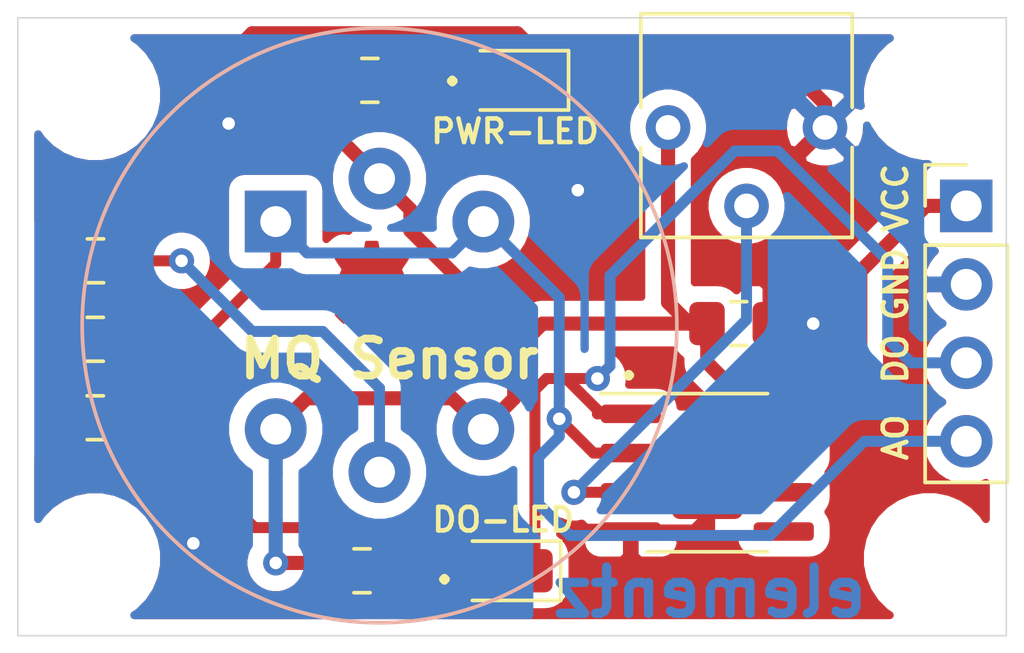
<source format=kicad_pcb>
(kicad_pcb (version 20171130) (host pcbnew 5.1.5-52549c5~86~ubuntu16.04.1)

  (general
    (thickness 1.6)
    (drawings 15)
    (tracks 117)
    (zones 0)
    (modules 17)
    (nets 9)
  )

  (page A4)
  (title_block
    (title "MQxx Gas Sensor ")
    (date 2020-07-29)
    (rev V1.0)
    (company "Elementz Engineers Guild Pvt Ltd")
    (comment 1 "Drawn by : Jerryl")
  )

  (layers
    (0 F.Cu signal)
    (31 B.Cu signal)
    (32 B.Adhes user)
    (33 F.Adhes user)
    (34 B.Paste user)
    (35 F.Paste user)
    (36 B.SilkS user)
    (37 F.SilkS user)
    (38 B.Mask user)
    (39 F.Mask user)
    (40 Dwgs.User user)
    (41 Cmts.User user)
    (42 Eco1.User user)
    (43 Eco2.User user)
    (44 Edge.Cuts user)
    (45 Margin user)
    (46 B.CrtYd user hide)
    (47 F.CrtYd user)
    (48 B.Fab user hide)
    (49 F.Fab user hide)
  )

  (setup
    (last_trace_width 0.3556)
    (trace_clearance 0.2032)
    (zone_clearance 0.508)
    (zone_45_only no)
    (trace_min 0.254)
    (via_size 0.8128)
    (via_drill 0.4064)
    (via_min_size 0.6858)
    (via_min_drill 0.3302)
    (uvia_size 0.8128)
    (uvia_drill 0.4064)
    (uvias_allowed no)
    (uvia_min_size 0.6858)
    (uvia_min_drill 0.3302)
    (edge_width 0.05)
    (segment_width 0.2)
    (pcb_text_width 0.3)
    (pcb_text_size 1.5 1.5)
    (mod_edge_width 0.12)
    (mod_text_size 1 1)
    (mod_text_width 0.15)
    (pad_size 2.29 2.999999)
    (pad_drill 0)
    (pad_to_mask_clearance 0.051)
    (solder_mask_min_width 0.25)
    (aux_axis_origin 0 0)
    (visible_elements FFFFFF7F)
    (pcbplotparams
      (layerselection 0x010fc_ffffffff)
      (usegerberextensions false)
      (usegerberattributes false)
      (usegerberadvancedattributes false)
      (creategerberjobfile false)
      (excludeedgelayer true)
      (linewidth 0.100000)
      (plotframeref false)
      (viasonmask false)
      (mode 1)
      (useauxorigin false)
      (hpglpennumber 1)
      (hpglpenspeed 20)
      (hpglpendiameter 15.000000)
      (psnegative false)
      (psa4output false)
      (plotreference true)
      (plotvalue false)
      (plotinvisibletext false)
      (padsonsilk false)
      (subtractmaskfromsilk false)
      (outputformat 1)
      (mirror false)
      (drillshape 0)
      (scaleselection 1)
      (outputdirectory "Gerber"))
  )

  (net 0 "")
  (net 1 DOUT)
  (net 2 GND)
  (net 3 +5V)
  (net 4 "Net-(D1-Pad2)")
  (net 5 "Net-(D2-Pad2)")
  (net 6 AOUT)
  (net 7 "Net-(R3-Pad1)")
  (net 8 "Net-(RV1-Pad2)")

  (net_class Default "This is the default net class."
    (clearance 0.2032)
    (trace_width 0.3556)
    (via_dia 0.8128)
    (via_drill 0.4064)
    (uvia_dia 0.8128)
    (uvia_drill 0.4064)
    (diff_pair_width 0.3556)
    (diff_pair_gap 0.25)
    (add_net AOUT)
    (add_net DOUT)
    (add_net "Net-(D1-Pad2)")
    (add_net "Net-(D2-Pad2)")
    (add_net "Net-(R3-Pad1)")
    (add_net "Net-(RV1-Pad2)")
  )

  (net_class +5V ""
    (clearance 0.2032)
    (trace_width 0.4572)
    (via_dia 0.8128)
    (via_drill 0.4064)
    (uvia_dia 0.8128)
    (uvia_drill 0.4064)
    (diff_pair_width 0.3556)
    (diff_pair_gap 0.25)
    (add_net +5V)
  )

  (net_class GND ""
    (clearance 0.2032)
    (trace_width 0.4572)
    (via_dia 0.8128)
    (via_drill 0.4064)
    (uvia_dia 0.8128)
    (uvia_drill 0.4064)
    (diff_pair_width 0.3556)
    (diff_pair_gap 0.25)
    (add_net GND)
  )

  (module OSHW-logo:OSHW-logo_copper-back_3mm (layer F.Cu) (tedit 0) (tstamp 5F212C90)
    (at 136.4615 87.5665)
    (fp_text reference G*** (at 0 1.59004) (layer F.SilkS) hide
      (effects (font (size 0.13462 0.13462) (thickness 0.0254)))
    )
    (fp_text value OSHW-logo_copper-back_3mm (at 0 -1.59004) (layer F.SilkS) hide
      (effects (font (size 0.13462 0.13462) (thickness 0.0254)))
    )
    (fp_poly (pts (xy 0.90932 1.3462) (xy 0.89154 1.33858) (xy 0.85852 1.31572) (xy 0.80772 1.2827)
      (xy 0.7493 1.2446) (xy 0.68834 1.20396) (xy 0.64008 1.17094) (xy 0.60452 1.14808)
      (xy 0.59182 1.14046) (xy 0.5842 1.143) (xy 0.55626 1.15824) (xy 0.51562 1.17856)
      (xy 0.49022 1.19126) (xy 0.45212 1.2065) (xy 0.43434 1.21158) (xy 0.4318 1.2065)
      (xy 0.41656 1.17602) (xy 0.39624 1.12776) (xy 0.3683 1.06172) (xy 0.33528 0.98552)
      (xy 0.29972 0.90424) (xy 0.2667 0.82042) (xy 0.23368 0.74168) (xy 0.2032 0.66802)
      (xy 0.18034 0.6096) (xy 0.1651 0.56896) (xy 0.15748 0.55118) (xy 0.16002 0.54864)
      (xy 0.1778 0.53086) (xy 0.21082 0.50546) (xy 0.28194 0.44704) (xy 0.35306 0.36068)
      (xy 0.39624 0.26162) (xy 0.40894 0.14986) (xy 0.39878 0.04826) (xy 0.35814 -0.04826)
      (xy 0.28956 -0.13716) (xy 0.20574 -0.2032) (xy 0.10922 -0.24384) (xy 0 -0.25654)
      (xy -0.10414 -0.24638) (xy -0.2032 -0.20574) (xy -0.2921 -0.1397) (xy -0.3302 -0.09652)
      (xy -0.381 -0.00508) (xy -0.41148 0.0889) (xy -0.41402 0.11176) (xy -0.40894 0.21844)
      (xy -0.37846 0.32004) (xy -0.32258 0.40894) (xy -0.24638 0.4826) (xy -0.23622 0.49022)
      (xy -0.20066 0.51816) (xy -0.17526 0.53594) (xy -0.15748 0.55118) (xy -0.2921 0.87376)
      (xy -0.31242 0.92456) (xy -0.35052 1.01346) (xy -0.381 1.08966) (xy -0.40894 1.15062)
      (xy -0.42672 1.19126) (xy -0.43434 1.2065) (xy -0.44704 1.20904) (xy -0.4699 1.20142)
      (xy -0.51562 1.17856) (xy -0.5461 1.16332) (xy -0.57912 1.14808) (xy -0.59436 1.14046)
      (xy -0.6096 1.14808) (xy -0.64262 1.1684) (xy -0.68834 1.20142) (xy -0.74676 1.23952)
      (xy -0.80264 1.27762) (xy -0.85344 1.31064) (xy -0.889 1.33604) (xy -0.90678 1.34366)
      (xy -0.90932 1.34366) (xy -0.9271 1.33604) (xy -0.95504 1.31064) (xy -0.99822 1.27)
      (xy -1.06172 1.20904) (xy -1.07188 1.19888) (xy -1.12268 1.14808) (xy -1.16332 1.10236)
      (xy -1.19126 1.07188) (xy -1.20142 1.05918) (xy -1.19126 1.0414) (xy -1.1684 1.0033)
      (xy -1.13538 0.9525) (xy -1.09474 0.89154) (xy -0.98806 0.7366) (xy -1.04648 0.59182)
      (xy -1.06426 0.5461) (xy -1.08712 0.49022) (xy -1.1049 0.45212) (xy -1.11252 0.43434)
      (xy -1.1303 0.42926) (xy -1.1684 0.4191) (xy -1.22682 0.40894) (xy -1.29794 0.39624)
      (xy -1.36398 0.38354) (xy -1.4224 0.37084) (xy -1.46558 0.36322) (xy -1.4859 0.36068)
      (xy -1.49098 0.3556) (xy -1.49352 0.34798) (xy -1.49606 0.32766) (xy -1.4986 0.28956)
      (xy -1.4986 0.23368) (xy -1.4986 0.14986) (xy -1.4986 0.14224) (xy -1.4986 0.0635)
      (xy -1.49606 0) (xy -1.49352 -0.0381) (xy -1.49098 -0.05588) (xy -1.4732 -0.06096)
      (xy -1.43002 -0.06858) (xy -1.3716 -0.08128) (xy -1.30048 -0.09398) (xy -1.2954 -0.09398)
      (xy -1.22428 -0.10922) (xy -1.16586 -0.12192) (xy -1.12268 -0.12954) (xy -1.1049 -0.13716)
      (xy -1.10236 -0.14224) (xy -1.08712 -0.17018) (xy -1.0668 -0.21336) (xy -1.04394 -0.2667)
      (xy -1.02108 -0.32258) (xy -1.00076 -0.37338) (xy -0.98806 -0.40894) (xy -0.98298 -0.42672)
      (xy -0.99314 -0.4445) (xy -1.01854 -0.48006) (xy -1.0541 -0.53086) (xy -1.09474 -0.59182)
      (xy -1.09728 -0.5969) (xy -1.13792 -0.65786) (xy -1.17094 -0.70866) (xy -1.1938 -0.74422)
      (xy -1.20142 -0.75946) (xy -1.20142 -0.762) (xy -1.18872 -0.77978) (xy -1.15824 -0.8128)
      (xy -1.11252 -0.85852) (xy -1.06172 -0.91186) (xy -1.04394 -0.9271) (xy -0.98552 -0.98552)
      (xy -0.94488 -1.02108) (xy -0.91948 -1.0414) (xy -0.90932 -1.04648) (xy -0.90678 -1.04648)
      (xy -0.889 -1.03632) (xy -0.8509 -1.01092) (xy -0.8001 -0.97536) (xy -0.73914 -0.93472)
      (xy -0.7366 -0.93218) (xy -0.67564 -0.89154) (xy -0.62484 -0.85598) (xy -0.58928 -0.83312)
      (xy -0.57404 -0.8255) (xy -0.5715 -0.8255) (xy -0.54864 -0.83058) (xy -0.50546 -0.84582)
      (xy -0.45212 -0.86614) (xy -0.39624 -0.889) (xy -0.34544 -0.90932) (xy -0.30988 -0.9271)
      (xy -0.2921 -0.93726) (xy -0.28956 -0.93726) (xy -0.28448 -0.96012) (xy -0.27432 -1.00584)
      (xy -0.26162 -1.0668) (xy -0.24638 -1.14046) (xy -0.24384 -1.15062) (xy -0.23114 -1.22428)
      (xy -0.22098 -1.2827) (xy -0.21082 -1.32334) (xy -0.20828 -1.34112) (xy -0.19812 -1.34112)
      (xy -0.16256 -1.34366) (xy -0.10922 -1.3462) (xy -0.04318 -1.3462) (xy 0.02286 -1.3462)
      (xy 0.0889 -1.3462) (xy 0.14478 -1.34366) (xy 0.18542 -1.34112) (xy 0.2032 -1.33604)
      (xy 0.20828 -1.31318) (xy 0.21844 -1.27) (xy 0.23114 -1.2065) (xy 0.24638 -1.13284)
      (xy 0.24892 -1.12014) (xy 0.26162 -1.04902) (xy 0.27432 -0.9906) (xy 0.28194 -0.94996)
      (xy 0.28702 -0.93472) (xy 0.2921 -0.93218) (xy 0.32258 -0.91694) (xy 0.37084 -0.89916)
      (xy 0.42926 -0.87376) (xy 0.56642 -0.81788) (xy 0.73406 -0.93472) (xy 0.7493 -0.94488)
      (xy 0.81026 -0.98552) (xy 0.86106 -1.01854) (xy 0.89662 -1.0414) (xy 0.90932 -1.04902)
      (xy 0.91186 -1.04902) (xy 0.9271 -1.03378) (xy 0.96012 -1.0033) (xy 1.00584 -0.95758)
      (xy 1.05918 -0.90678) (xy 1.09982 -0.86614) (xy 1.14554 -0.82042) (xy 1.17348 -0.7874)
      (xy 1.19126 -0.76708) (xy 1.19634 -0.75438) (xy 1.1938 -0.74676) (xy 1.18364 -0.72898)
      (xy 1.15824 -0.69342) (xy 1.12522 -0.64008) (xy 1.08458 -0.58166) (xy 1.04902 -0.53086)
      (xy 1.01346 -0.47498) (xy 0.9906 -0.43434) (xy 0.98044 -0.41656) (xy 0.98298 -0.4064)
      (xy 0.99568 -0.37338) (xy 1.016 -0.32512) (xy 1.0414 -0.26416) (xy 1.09982 -0.13208)
      (xy 1.18618 -0.1143) (xy 1.23952 -0.10414) (xy 1.31318 -0.09144) (xy 1.3843 -0.0762)
      (xy 1.49606 -0.05588) (xy 1.4986 0.34798) (xy 1.48082 0.3556) (xy 1.46558 0.36068)
      (xy 1.42494 0.37084) (xy 1.36652 0.381) (xy 1.29794 0.3937) (xy 1.23698 0.4064)
      (xy 1.17856 0.41656) (xy 1.13538 0.42418) (xy 1.1176 0.42926) (xy 1.11252 0.43434)
      (xy 1.09728 0.46482) (xy 1.07696 0.51054) (xy 1.0541 0.56388) (xy 1.0287 0.6223)
      (xy 1.00838 0.6731) (xy 0.99314 0.71374) (xy 0.98806 0.73406) (xy 0.99568 0.7493)
      (xy 1.01854 0.78486) (xy 1.05156 0.83566) (xy 1.0922 0.89408) (xy 1.13284 0.9525)
      (xy 1.16586 1.0033) (xy 1.19126 1.03886) (xy 1.19888 1.05664) (xy 1.1938 1.0668)
      (xy 1.17094 1.09474) (xy 1.12776 1.14046) (xy 1.06172 1.2065) (xy 1.04902 1.21666)
      (xy 0.99822 1.26746) (xy 0.9525 1.3081) (xy 0.92202 1.33604) (xy 0.90932 1.3462)) (layer F.Cu) (width 0.00254))
  )

  (module MountingHole:MountingHole_3.2mm_M3_DIN965 (layer F.Cu) (tedit 56D1B4CB) (tstamp 5F1368BC)
    (at 127.5 81.5)
    (descr "Mounting Hole 3.2mm, no annular, M3, DIN965")
    (tags "mounting hole 3.2mm no annular m3 din965")
    (attr virtual)
    (fp_text reference REF** (at 0 -3.8) (layer F.Fab)
      (effects (font (size 1 1) (thickness 0.15)))
    )
    (fp_text value MountingHole_3.2mm_M3_DIN965 (at 0 3.8) (layer F.Fab)
      (effects (font (size 1 1) (thickness 0.15)))
    )
    (fp_circle (center 0 0) (end 3.05 0) (layer F.CrtYd) (width 0.05))
    (fp_circle (center 0 0) (end 2.8 0) (layer Cmts.User) (width 0.15))
    (fp_text user %R (at 0.3 0) (layer F.Fab)
      (effects (font (size 1 1) (thickness 0.15)))
    )
    (pad 1 np_thru_hole circle (at 0 0) (size 3.2 3.2) (drill 3.2) (layers *.Cu *.Mask))
  )

  (module MountingHole:MountingHole_3.2mm_M3_DIN965 (layer F.Cu) (tedit 56D1B4CB) (tstamp 5F136917)
    (at 154.5 96.5)
    (descr "Mounting Hole 3.2mm, no annular, M3, DIN965")
    (tags "mounting hole 3.2mm no annular m3 din965")
    (attr virtual)
    (fp_text reference REF** (at -18.7624 -17.2012) (layer F.Fab)
      (effects (font (size 1 1) (thickness 0.15)))
    )
    (fp_text value MountingHole_3.2mm_M3_DIN965 (at 0 3.8) (layer F.Fab)
      (effects (font (size 1 1) (thickness 0.15)))
    )
    (fp_text user %R (at 0.3 0) (layer F.Fab)
      (effects (font (size 1 1) (thickness 0.15)))
    )
    (fp_circle (center 0 0) (end 2.8 0) (layer Cmts.User) (width 0.15))
    (fp_circle (center 0 0) (end 3.05 0) (layer F.CrtYd) (width 0.05))
    (pad 1 np_thru_hole circle (at 0 0) (size 3.2 3.2) (drill 3.2) (layers *.Cu *.Mask))
  )

  (module MountingHole:MountingHole_3.2mm_M3_DIN965 (layer F.Cu) (tedit 56D1B4CB) (tstamp 5F136917)
    (at 127.5 96.5)
    (descr "Mounting Hole 3.2mm, no annular, M3, DIN965")
    (tags "mounting hole 3.2mm no annular m3 din965")
    (attr virtual)
    (fp_text reference REF** (at 0 -3.8) (layer F.Fab)
      (effects (font (size 1 1) (thickness 0.15)))
    )
    (fp_text value MountingHole_3.2mm_M3_DIN965 (at 0 3.8) (layer F.Fab)
      (effects (font (size 1 1) (thickness 0.15)))
    )
    (fp_text user %R (at 0.3 0) (layer F.Fab)
      (effects (font (size 1 1) (thickness 0.15)))
    )
    (fp_circle (center 0 0) (end 2.8 0) (layer Cmts.User) (width 0.15))
    (fp_circle (center 0 0) (end 3.05 0) (layer F.CrtYd) (width 0.05))
    (pad 1 np_thru_hole circle (at 0 0) (size 3.2 3.2) (drill 3.2) (layers *.Cu *.Mask))
  )

  (module MountingHole:MountingHole_3.2mm_M3_DIN965 (layer F.Cu) (tedit 56D1B4CB) (tstamp 5F136917)
    (at 154.5 81.5)
    (descr "Mounting Hole 3.2mm, no annular, M3, DIN965")
    (tags "mounting hole 3.2mm no annular m3 din965")
    (attr virtual)
    (fp_text reference REF** (at 0 -3.8) (layer F.Fab)
      (effects (font (size 1 1) (thickness 0.15)))
    )
    (fp_text value MountingHole_3.2mm_M3_DIN965 (at 0 3.8) (layer F.Fab)
      (effects (font (size 1 1) (thickness 0.15)))
    )
    (fp_text user %R (at 0.3 0) (layer F.Fab)
      (effects (font (size 1 1) (thickness 0.15)))
    )
    (fp_circle (center 0 0) (end 2.8 0) (layer Cmts.User) (width 0.15))
    (fp_circle (center 0 0) (end 3.05 0) (layer F.CrtYd) (width 0.05))
    (pad 1 np_thru_hole circle (at 0 0) (size 3.2 3.2) (drill 3.2) (layers *.Cu *.Mask))
  )

  (module Capacitor_SMD:C_0805_2012Metric_Pad1.15x1.40mm_HandSolder (layer F.Cu) (tedit 5B36C52B) (tstamp 5F12BA75)
    (at 127.508 91.948 180)
    (descr "Capacitor SMD 0805 (2012 Metric), square (rectangular) end terminal, IPC_7351 nominal with elongated pad for handsoldering. (Body size source: https://docs.google.com/spreadsheets/d/1BsfQQcO9C6DZCsRaXUlFlo91Tg2WpOkGARC1WS5S8t0/edit?usp=sharing), generated with kicad-footprint-generator")
    (tags "capacitor handsolder")
    (path /5F12796D)
    (attr smd)
    (fp_text reference C1 (at -2.921 0) (layer F.Fab)
      (effects (font (size 1 1) (thickness 0.15)))
    )
    (fp_text value 0.1uF (at 0 1.65) (layer F.Fab)
      (effects (font (size 1 1) (thickness 0.15)))
    )
    (fp_line (start -1 0.6) (end -1 -0.6) (layer F.Fab) (width 0.1))
    (fp_line (start -1 -0.6) (end 1 -0.6) (layer F.Fab) (width 0.1))
    (fp_line (start 1 -0.6) (end 1 0.6) (layer F.Fab) (width 0.1))
    (fp_line (start 1 0.6) (end -1 0.6) (layer F.Fab) (width 0.1))
    (fp_line (start -0.261252 -0.71) (end 0.261252 -0.71) (layer F.SilkS) (width 0.12))
    (fp_line (start -0.261252 0.71) (end 0.261252 0.71) (layer F.SilkS) (width 0.12))
    (fp_line (start -1.85 0.95) (end -1.85 -0.95) (layer F.CrtYd) (width 0.05))
    (fp_line (start -1.85 -0.95) (end 1.85 -0.95) (layer F.CrtYd) (width 0.05))
    (fp_line (start 1.85 -0.95) (end 1.85 0.95) (layer F.CrtYd) (width 0.05))
    (fp_line (start 1.85 0.95) (end -1.85 0.95) (layer F.CrtYd) (width 0.05))
    (fp_text user %R (at 0.593799 8.565999) (layer F.Fab)
      (effects (font (size 0.5 0.5) (thickness 0.08)))
    )
    (pad 1 smd roundrect (at -1.025 0 180) (size 1.15 1.4) (layers F.Cu F.Paste F.Mask) (roundrect_rratio 0.217391)
      (net 1 DOUT))
    (pad 2 smd roundrect (at 1.025 0 180) (size 1.15 1.4) (layers F.Cu F.Paste F.Mask) (roundrect_rratio 0.217391)
      (net 2 GND))
    (model ${KISYS3DMOD}/Capacitor_SMD.3dshapes/C_0805_2012Metric.wrl
      (at (xyz 0 0 0))
      (scale (xyz 1 1 1))
      (rotate (xyz 0 0 0))
    )
  )

  (module Capacitor_SMD:C_0805_2012Metric_Pad1.15x1.40mm_HandSolder (layer F.Cu) (tedit 5B36C52B) (tstamp 5F12BA86)
    (at 148.336 88.9)
    (descr "Capacitor SMD 0805 (2012 Metric), square (rectangular) end terminal, IPC_7351 nominal with elongated pad for handsoldering. (Body size source: https://docs.google.com/spreadsheets/d/1BsfQQcO9C6DZCsRaXUlFlo91Tg2WpOkGARC1WS5S8t0/edit?usp=sharing), generated with kicad-footprint-generator")
    (tags "capacitor handsolder")
    (path /5F166297)
    (attr smd)
    (fp_text reference C2 (at -2.794 -0.254) (layer F.Fab)
      (effects (font (size 1 1) (thickness 0.15)))
    )
    (fp_text value 0.1uF (at 0 1.65) (layer F.Fab)
      (effects (font (size 1 1) (thickness 0.15)))
    )
    (fp_text user %R (at 0 0) (layer F.Fab)
      (effects (font (size 0.5 0.5) (thickness 0.08)))
    )
    (fp_line (start 1.85 0.95) (end -1.85 0.95) (layer F.CrtYd) (width 0.05))
    (fp_line (start 1.85 -0.95) (end 1.85 0.95) (layer F.CrtYd) (width 0.05))
    (fp_line (start -1.85 -0.95) (end 1.85 -0.95) (layer F.CrtYd) (width 0.05))
    (fp_line (start -1.85 0.95) (end -1.85 -0.95) (layer F.CrtYd) (width 0.05))
    (fp_line (start -0.261252 0.71) (end 0.261252 0.71) (layer F.SilkS) (width 0.12))
    (fp_line (start -0.261252 -0.71) (end 0.261252 -0.71) (layer F.SilkS) (width 0.12))
    (fp_line (start 1 0.6) (end -1 0.6) (layer F.Fab) (width 0.1))
    (fp_line (start 1 -0.6) (end 1 0.6) (layer F.Fab) (width 0.1))
    (fp_line (start -1 -0.6) (end 1 -0.6) (layer F.Fab) (width 0.1))
    (fp_line (start -1 0.6) (end -1 -0.6) (layer F.Fab) (width 0.1))
    (pad 2 smd roundrect (at 1.025 0) (size 1.15 1.4) (layers F.Cu F.Paste F.Mask) (roundrect_rratio 0.217391)
      (net 2 GND))
    (pad 1 smd roundrect (at -1.025 0) (size 1.15 1.4) (layers F.Cu F.Paste F.Mask) (roundrect_rratio 0.217391)
      (net 3 +5V))
    (model ${KISYS3DMOD}/Capacitor_SMD.3dshapes/C_0805_2012Metric.wrl
      (at (xyz 0 0 0))
      (scale (xyz 1 1 1))
      (rotate (xyz 0 0 0))
    )
  )

  (module LED_SMD:LED_0805_2012Metric_Pad1.15x1.40mm_HandSolder (layer F.Cu) (tedit 5B4B45C9) (tstamp 5F21227F)
    (at 140.97 81.026 180)
    (descr "LED SMD 0805 (2012 Metric), square (rectangular) end terminal, IPC_7351 nominal, (Body size source: https://docs.google.com/spreadsheets/d/1BsfQQcO9C6DZCsRaXUlFlo91Tg2WpOkGARC1WS5S8t0/edit?usp=sharing), generated with kicad-footprint-generator")
    (tags "LED handsolder")
    (path /5F11DBF8)
    (attr smd)
    (fp_text reference D1 (at -0.254 -1.651) (layer F.Fab)
      (effects (font (size 1 1) (thickness 0.15)))
    )
    (fp_text value PWR_LED (at 0 1.65) (layer F.Fab)
      (effects (font (size 1 1) (thickness 0.15)))
    )
    (fp_line (start 1 -0.6) (end -0.7 -0.6) (layer F.Fab) (width 0.1))
    (fp_line (start -0.7 -0.6) (end -1 -0.3) (layer F.Fab) (width 0.1))
    (fp_line (start -1 -0.3) (end -1 0.6) (layer F.Fab) (width 0.1))
    (fp_line (start -1 0.6) (end 1 0.6) (layer F.Fab) (width 0.1))
    (fp_line (start 1 0.6) (end 1 -0.6) (layer F.Fab) (width 0.1))
    (fp_line (start 1 -0.96) (end -1.86 -0.96) (layer F.SilkS) (width 0.12))
    (fp_line (start -1.86 -0.96) (end -1.86 0.96) (layer F.SilkS) (width 0.12))
    (fp_line (start -1.86 0.96) (end 1 0.96) (layer F.SilkS) (width 0.12))
    (fp_line (start -1.85 0.95) (end -1.85 -0.95) (layer F.CrtYd) (width 0.05))
    (fp_line (start -1.85 -0.95) (end 1.85 -0.95) (layer F.CrtYd) (width 0.05))
    (fp_line (start 1.85 -0.95) (end 1.85 0.95) (layer F.CrtYd) (width 0.05))
    (fp_line (start 1.85 0.95) (end -1.85 0.95) (layer F.CrtYd) (width 0.05))
    (fp_text user %R (at 0 0) (layer F.Fab)
      (effects (font (size 0.5 0.5) (thickness 0.08)))
    )
    (pad 1 smd roundrect (at -1.025 0 180) (size 1.15 1.4) (layers F.Cu F.Paste F.Mask) (roundrect_rratio 0.217391)
      (net 2 GND))
    (pad 2 smd roundrect (at 1.025 0 180) (size 1.15 1.4) (layers F.Cu F.Paste F.Mask) (roundrect_rratio 0.217391)
      (net 4 "Net-(D1-Pad2)"))
    (model ${KISYS3DMOD}/LED_SMD.3dshapes/LED_0805_2012Metric.wrl
      (at (xyz 0 0 0))
      (scale (xyz 1 1 1))
      (rotate (xyz 0 0 0))
    )
  )

  (module LED_SMD:LED_0805_2012Metric_Pad1.15x1.40mm_HandSolder (layer F.Cu) (tedit 5B4B45C9) (tstamp 5F12BAAC)
    (at 140.716 96.901 180)
    (descr "LED SMD 0805 (2012 Metric), square (rectangular) end terminal, IPC_7351 nominal, (Body size source: https://docs.google.com/spreadsheets/d/1BsfQQcO9C6DZCsRaXUlFlo91Tg2WpOkGARC1WS5S8t0/edit?usp=sharing), generated with kicad-footprint-generator")
    (tags "LED handsolder")
    (path /5F13AADB)
    (attr smd)
    (fp_text reference D2 (at -2.794 -1.016) (layer F.Fab)
      (effects (font (size 1 1) (thickness 0.15)))
    )
    (fp_text value DO_LED (at 0 1.65) (layer F.Fab)
      (effects (font (size 1 1) (thickness 0.15)))
    )
    (fp_text user %R (at 0 0) (layer F.Fab)
      (effects (font (size 0.5 0.5) (thickness 0.08)))
    )
    (fp_line (start 1.85 0.95) (end -1.85 0.95) (layer F.CrtYd) (width 0.05))
    (fp_line (start 1.85 -0.95) (end 1.85 0.95) (layer F.CrtYd) (width 0.05))
    (fp_line (start -1.85 -0.95) (end 1.85 -0.95) (layer F.CrtYd) (width 0.05))
    (fp_line (start -1.85 0.95) (end -1.85 -0.95) (layer F.CrtYd) (width 0.05))
    (fp_line (start -1.86 0.96) (end 1 0.96) (layer F.SilkS) (width 0.12))
    (fp_line (start -1.86 -0.96) (end -1.86 0.96) (layer F.SilkS) (width 0.12))
    (fp_line (start 1 -0.96) (end -1.86 -0.96) (layer F.SilkS) (width 0.12))
    (fp_line (start 1 0.6) (end 1 -0.6) (layer F.Fab) (width 0.1))
    (fp_line (start -1 0.6) (end 1 0.6) (layer F.Fab) (width 0.1))
    (fp_line (start -1 -0.3) (end -1 0.6) (layer F.Fab) (width 0.1))
    (fp_line (start -0.7 -0.6) (end -1 -0.3) (layer F.Fab) (width 0.1))
    (fp_line (start 1 -0.6) (end -0.7 -0.6) (layer F.Fab) (width 0.1))
    (pad 2 smd roundrect (at 1.025 0 180) (size 1.15 1.4) (layers F.Cu F.Paste F.Mask) (roundrect_rratio 0.217391)
      (net 5 "Net-(D2-Pad2)"))
    (pad 1 smd roundrect (at -1.025 0 180) (size 1.15 1.4) (layers F.Cu F.Paste F.Mask) (roundrect_rratio 0.217391)
      (net 1 DOUT))
    (model ${KISYS3DMOD}/LED_SMD.3dshapes/LED_0805_2012Metric.wrl
      (at (xyz 0 0 0))
      (scale (xyz 1 1 1))
      (rotate (xyz 0 0 0))
    )
  )

  (module Connector_PinHeader_2.54mm:PinHeader_1x04_P2.54mm_Vertical (layer F.Cu) (tedit 59FED5CC) (tstamp 5F12BAC4)
    (at 155.702 85.09)
    (descr "Through hole straight pin header, 1x04, 2.54mm pitch, single row")
    (tags "Through hole pin header THT 1x04 2.54mm single row")
    (path /5F1299A6)
    (fp_text reference J1 (at -3.429 6.223) (layer F.Fab)
      (effects (font (size 1 1) (thickness 0.15)))
    )
    (fp_text value Conn_01x04_Male (at 0 9.95) (layer F.Fab)
      (effects (font (size 1 1) (thickness 0.15)))
    )
    (fp_line (start -0.635 -1.27) (end 1.27 -1.27) (layer F.Fab) (width 0.1))
    (fp_line (start 1.27 -1.27) (end 1.27 8.89) (layer F.Fab) (width 0.1))
    (fp_line (start 1.27 8.89) (end -1.27 8.89) (layer F.Fab) (width 0.1))
    (fp_line (start -1.27 8.89) (end -1.27 -0.635) (layer F.Fab) (width 0.1))
    (fp_line (start -1.27 -0.635) (end -0.635 -1.27) (layer F.Fab) (width 0.1))
    (fp_line (start -1.33 8.95) (end 1.33 8.95) (layer F.SilkS) (width 0.12))
    (fp_line (start -1.33 1.27) (end -1.33 8.95) (layer F.SilkS) (width 0.12))
    (fp_line (start 1.33 1.27) (end 1.33 8.95) (layer F.SilkS) (width 0.12))
    (fp_line (start -1.33 1.27) (end 1.33 1.27) (layer F.SilkS) (width 0.12))
    (fp_line (start -1.33 0) (end -1.33 -1.33) (layer F.SilkS) (width 0.12))
    (fp_line (start -1.33 -1.33) (end 0 -1.33) (layer F.SilkS) (width 0.12))
    (fp_line (start -1.8 -1.8) (end -1.8 9.4) (layer F.CrtYd) (width 0.05))
    (fp_line (start -1.8 9.4) (end 1.8 9.4) (layer F.CrtYd) (width 0.05))
    (fp_line (start 1.8 9.4) (end 1.8 -1.8) (layer F.CrtYd) (width 0.05))
    (fp_line (start 1.8 -1.8) (end -1.8 -1.8) (layer F.CrtYd) (width 0.05))
    (fp_text user %R (at 0 3.81 90) (layer F.Fab)
      (effects (font (size 1 1) (thickness 0.15)))
    )
    (pad 1 thru_hole rect (at 0 0) (size 1.7 1.7) (drill 1) (layers *.Cu *.Mask)
      (net 3 +5V))
    (pad 2 thru_hole oval (at 0 2.54) (size 1.7 1.7) (drill 1) (layers *.Cu *.Mask)
      (net 2 GND))
    (pad 3 thru_hole oval (at 0 5.08) (size 1.7 1.7) (drill 1) (layers *.Cu *.Mask)
      (net 1 DOUT))
    (pad 4 thru_hole oval (at 0 7.62) (size 1.7 1.7) (drill 1) (layers *.Cu *.Mask)
      (net 6 AOUT))
    (model ${KISYS3DMOD}/Connector_PinHeader_2.54mm.3dshapes/PinHeader_1x04_P2.54mm_Vertical.wrl
      (at (xyz 0 0 0))
      (scale (xyz 1 1 1))
      (rotate (xyz 0 0 0))
    )
  )

  (module Resistor_SMD:R_0805_2012Metric_Pad1.15x1.40mm_HandSolder (layer F.Cu) (tedit 5B36C52B) (tstamp 5F12BAD5)
    (at 136.398 81.026)
    (descr "Resistor SMD 0805 (2012 Metric), square (rectangular) end terminal, IPC_7351 nominal with elongated pad for handsoldering. (Body size source: https://docs.google.com/spreadsheets/d/1BsfQQcO9C6DZCsRaXUlFlo91Tg2WpOkGARC1WS5S8t0/edit?usp=sharing), generated with kicad-footprint-generator")
    (tags "resistor handsolder")
    (path /5F11E540)
    (attr smd)
    (fp_text reference R1 (at -2.794 0.1016) (layer F.Fab)
      (effects (font (size 1 1) (thickness 0.15)))
    )
    (fp_text value 1K (at 0 1.65) (layer F.Fab)
      (effects (font (size 1 1) (thickness 0.15)))
    )
    (fp_line (start -1 0.6) (end -1 -0.6) (layer F.Fab) (width 0.1))
    (fp_line (start -1 -0.6) (end 1 -0.6) (layer F.Fab) (width 0.1))
    (fp_line (start 1 -0.6) (end 1 0.6) (layer F.Fab) (width 0.1))
    (fp_line (start 1 0.6) (end -1 0.6) (layer F.Fab) (width 0.1))
    (fp_line (start -0.261252 -0.71) (end 0.261252 -0.71) (layer F.SilkS) (width 0.12))
    (fp_line (start -0.261252 0.71) (end 0.261252 0.71) (layer F.SilkS) (width 0.12))
    (fp_line (start -1.85 0.95) (end -1.85 -0.95) (layer F.CrtYd) (width 0.05))
    (fp_line (start -1.85 -0.95) (end 1.85 -0.95) (layer F.CrtYd) (width 0.05))
    (fp_line (start 1.85 -0.95) (end 1.85 0.95) (layer F.CrtYd) (width 0.05))
    (fp_line (start 1.85 0.95) (end -1.85 0.95) (layer F.CrtYd) (width 0.05))
    (fp_text user %R (at 0 0) (layer F.Fab)
      (effects (font (size 0.5 0.5) (thickness 0.08)))
    )
    (pad 1 smd roundrect (at -1.025 0) (size 1.15 1.4) (layers F.Cu F.Paste F.Mask) (roundrect_rratio 0.217391)
      (net 3 +5V))
    (pad 2 smd roundrect (at 1.025 0) (size 1.15 1.4) (layers F.Cu F.Paste F.Mask) (roundrect_rratio 0.217391)
      (net 4 "Net-(D1-Pad2)"))
    (model ${KISYS3DMOD}/Resistor_SMD.3dshapes/R_0805_2012Metric.wrl
      (at (xyz 0 0 0))
      (scale (xyz 1 1 1))
      (rotate (xyz 0 0 0))
    )
  )

  (module Resistor_SMD:R_0805_2012Metric_Pad1.15x1.40mm_HandSolder (layer F.Cu) (tedit 5B36C52B) (tstamp 5F213D08)
    (at 136.144 96.901)
    (descr "Resistor SMD 0805 (2012 Metric), square (rectangular) end terminal, IPC_7351 nominal with elongated pad for handsoldering. (Body size source: https://docs.google.com/spreadsheets/d/1BsfQQcO9C6DZCsRaXUlFlo91Tg2WpOkGARC1WS5S8t0/edit?usp=sharing), generated with kicad-footprint-generator")
    (tags "resistor handsolder")
    (path /5F1392A4)
    (attr smd)
    (fp_text reference R2 (at -1.016 -1.524) (layer F.Fab)
      (effects (font (size 1 1) (thickness 0.15)))
    )
    (fp_text value 1K (at 0 1.65) (layer F.Fab)
      (effects (font (size 1 1) (thickness 0.15)))
    )
    (fp_text user %R (at 0 0) (layer F.Fab)
      (effects (font (size 0.5 0.5) (thickness 0.08)))
    )
    (fp_line (start 1.85 0.95) (end -1.85 0.95) (layer F.CrtYd) (width 0.05))
    (fp_line (start 1.85 -0.95) (end 1.85 0.95) (layer F.CrtYd) (width 0.05))
    (fp_line (start -1.85 -0.95) (end 1.85 -0.95) (layer F.CrtYd) (width 0.05))
    (fp_line (start -1.85 0.95) (end -1.85 -0.95) (layer F.CrtYd) (width 0.05))
    (fp_line (start -0.261252 0.71) (end 0.261252 0.71) (layer F.SilkS) (width 0.12))
    (fp_line (start -0.261252 -0.71) (end 0.261252 -0.71) (layer F.SilkS) (width 0.12))
    (fp_line (start 1 0.6) (end -1 0.6) (layer F.Fab) (width 0.1))
    (fp_line (start 1 -0.6) (end 1 0.6) (layer F.Fab) (width 0.1))
    (fp_line (start -1 -0.6) (end 1 -0.6) (layer F.Fab) (width 0.1))
    (fp_line (start -1 0.6) (end -1 -0.6) (layer F.Fab) (width 0.1))
    (pad 2 smd roundrect (at 1.025 0) (size 1.15 1.4) (layers F.Cu F.Paste F.Mask) (roundrect_rratio 0.217391)
      (net 5 "Net-(D2-Pad2)"))
    (pad 1 smd roundrect (at -1.025 0) (size 1.15 1.4) (layers F.Cu F.Paste F.Mask) (roundrect_rratio 0.217391)
      (net 3 +5V))
    (model ${KISYS3DMOD}/Resistor_SMD.3dshapes/R_0805_2012Metric.wrl
      (at (xyz 0 0 0))
      (scale (xyz 1 1 1))
      (rotate (xyz 0 0 0))
    )
  )

  (module Resistor_SMD:R_0805_2012Metric_Pad1.15x1.40mm_HandSolder (layer F.Cu) (tedit 5B36C52B) (tstamp 5F212338)
    (at 127.517 86.868 180)
    (descr "Resistor SMD 0805 (2012 Metric), square (rectangular) end terminal, IPC_7351 nominal with elongated pad for handsoldering. (Body size source: https://docs.google.com/spreadsheets/d/1BsfQQcO9C6DZCsRaXUlFlo91Tg2WpOkGARC1WS5S8t0/edit?usp=sharing), generated with kicad-footprint-generator")
    (tags "resistor handsolder")
    (path /5F11F235)
    (attr smd)
    (fp_text reference R3 (at -2.785 -0.127) (layer F.Fab)
      (effects (font (size 1 1) (thickness 0.15)))
    )
    (fp_text value 5.1E (at 0 1.65) (layer F.Fab)
      (effects (font (size 1 1) (thickness 0.15)))
    )
    (fp_line (start -1 0.6) (end -1 -0.6) (layer F.Fab) (width 0.1))
    (fp_line (start -1 -0.6) (end 1 -0.6) (layer F.Fab) (width 0.1))
    (fp_line (start 1 -0.6) (end 1 0.6) (layer F.Fab) (width 0.1))
    (fp_line (start 1 0.6) (end -1 0.6) (layer F.Fab) (width 0.1))
    (fp_line (start -0.261252 -0.71) (end 0.261252 -0.71) (layer F.SilkS) (width 0.12))
    (fp_line (start -0.261252 0.71) (end 0.261252 0.71) (layer F.SilkS) (width 0.12))
    (fp_line (start -1.85 0.95) (end -1.85 -0.95) (layer F.CrtYd) (width 0.05))
    (fp_line (start -1.85 -0.95) (end 1.85 -0.95) (layer F.CrtYd) (width 0.05))
    (fp_line (start 1.85 -0.95) (end 1.85 0.95) (layer F.CrtYd) (width 0.05))
    (fp_line (start 1.85 0.95) (end -1.85 0.95) (layer F.CrtYd) (width 0.05))
    (fp_text user %R (at 0 0) (layer F.Fab)
      (effects (font (size 0.5 0.5) (thickness 0.08)))
    )
    (pad 1 smd roundrect (at -1.025 0 180) (size 1.15 1.4) (layers F.Cu F.Paste F.Mask) (roundrect_rratio 0.217391)
      (net 7 "Net-(R3-Pad1)"))
    (pad 2 smd roundrect (at 1.025 0 180) (size 1.15 1.4) (layers F.Cu F.Paste F.Mask) (roundrect_rratio 0.217391)
      (net 2 GND))
    (model ${KISYS3DMOD}/Resistor_SMD.3dshapes/R_0805_2012Metric.wrl
      (at (xyz 0 0 0))
      (scale (xyz 1 1 1))
      (rotate (xyz 0 0 0))
    )
  )

  (module Resistor_SMD:R_0805_2012Metric_Pad1.15x1.40mm_HandSolder (layer F.Cu) (tedit 5B36C52B) (tstamp 5F12BB08)
    (at 127.508 89.408 180)
    (descr "Resistor SMD 0805 (2012 Metric), square (rectangular) end terminal, IPC_7351 nominal with elongated pad for handsoldering. (Body size source: https://docs.google.com/spreadsheets/d/1BsfQQcO9C6DZCsRaXUlFlo91Tg2WpOkGARC1WS5S8t0/edit?usp=sharing), generated with kicad-footprint-generator")
    (tags "resistor handsolder")
    (path /5F11EE11)
    (attr smd)
    (fp_text reference R4 (at -2.794 -0.127) (layer F.Fab)
      (effects (font (size 1 1) (thickness 0.15)))
    )
    (fp_text value 4.7K (at 0 1.65) (layer F.Fab)
      (effects (font (size 1 1) (thickness 0.15)))
    )
    (fp_text user %R (at 0 0) (layer F.Fab)
      (effects (font (size 0.5 0.5) (thickness 0.08)))
    )
    (fp_line (start 1.85 0.95) (end -1.85 0.95) (layer F.CrtYd) (width 0.05))
    (fp_line (start 1.85 -0.95) (end 1.85 0.95) (layer F.CrtYd) (width 0.05))
    (fp_line (start -1.85 -0.95) (end 1.85 -0.95) (layer F.CrtYd) (width 0.05))
    (fp_line (start -1.85 0.95) (end -1.85 -0.95) (layer F.CrtYd) (width 0.05))
    (fp_line (start -0.261252 0.71) (end 0.261252 0.71) (layer F.SilkS) (width 0.12))
    (fp_line (start -0.261252 -0.71) (end 0.261252 -0.71) (layer F.SilkS) (width 0.12))
    (fp_line (start 1 0.6) (end -1 0.6) (layer F.Fab) (width 0.1))
    (fp_line (start 1 -0.6) (end 1 0.6) (layer F.Fab) (width 0.1))
    (fp_line (start -1 -0.6) (end 1 -0.6) (layer F.Fab) (width 0.1))
    (fp_line (start -1 0.6) (end -1 -0.6) (layer F.Fab) (width 0.1))
    (pad 2 smd roundrect (at 1.025 0 180) (size 1.15 1.4) (layers F.Cu F.Paste F.Mask) (roundrect_rratio 0.217391)
      (net 2 GND))
    (pad 1 smd roundrect (at -1.025 0 180) (size 1.15 1.4) (layers F.Cu F.Paste F.Mask) (roundrect_rratio 0.217391)
      (net 6 AOUT))
    (model ${KISYS3DMOD}/Resistor_SMD.3dshapes/R_0805_2012Metric.wrl
      (at (xyz 0 0 0))
      (scale (xyz 1 1 1))
      (rotate (xyz 0 0 0))
    )
  )

  (module Potentiometer_THT:Potentiometer_Vishay_T73YP_Vertical (layer F.Cu) (tedit 5A3D4993) (tstamp 5F12BB2B)
    (at 146.05 82.55 270)
    (descr "Potentiometer, vertical, Vishay T73YP, http://www.vishay.com/docs/51016/t73.pdf")
    (tags "Potentiometer vertical Vishay T73YP")
    (path /5F12B812)
    (fp_text reference RV1 (at -1.778 -2.794 180) (layer F.Fab)
      (effects (font (size 1 1) (thickness 0.15)))
    )
    (fp_text value 10K (at -0.06 2.01 90) (layer F.Fab)
      (effects (font (size 1 1) (thickness 0.15)))
    )
    (fp_text user %R (at -2.56 -2.54) (layer F.Fab)
      (effects (font (size 1 1) (thickness 0.15)))
    )
    (fp_line (start 3.7 -6.1) (end -3.85 -6.1) (layer F.CrtYd) (width 0.05))
    (fp_line (start 3.7 1.05) (end 3.7 -6.1) (layer F.CrtYd) (width 0.05))
    (fp_line (start -3.85 1.05) (end 3.7 1.05) (layer F.CrtYd) (width 0.05))
    (fp_line (start -3.85 -6.1) (end -3.85 1.05) (layer F.CrtYd) (width 0.05))
    (fp_line (start 3.56 -5.96) (end 3.56 0.88) (layer F.SilkS) (width 0.12))
    (fp_line (start -3.68 -5.96) (end -3.68 0.88) (layer F.SilkS) (width 0.12))
    (fp_line (start 0.65 0.88) (end 3.56 0.88) (layer F.SilkS) (width 0.12))
    (fp_line (start -3.68 0.88) (end -0.65 0.88) (layer F.SilkS) (width 0.12))
    (fp_line (start 0.65 -5.96) (end 3.56 -5.96) (layer F.SilkS) (width 0.12))
    (fp_line (start -3.68 -5.96) (end -0.65 -5.96) (layer F.SilkS) (width 0.12))
    (fp_line (start -0.961 -2.464) (end -0.961 -2.616) (layer F.Fab) (width 0.1))
    (fp_line (start 0.164 -2.464) (end -0.961 -2.464) (layer F.Fab) (width 0.1))
    (fp_line (start 0.164 -1.339) (end 0.164 -2.464) (layer F.Fab) (width 0.1))
    (fp_line (start 0.316 -1.339) (end 0.164 -1.339) (layer F.Fab) (width 0.1))
    (fp_line (start 0.316 -2.464) (end 0.316 -1.339) (layer F.Fab) (width 0.1))
    (fp_line (start 1.441 -2.464) (end 0.316 -2.464) (layer F.Fab) (width 0.1))
    (fp_line (start 1.441 -2.616) (end 1.441 -2.464) (layer F.Fab) (width 0.1))
    (fp_line (start 0.316 -2.616) (end 1.441 -2.616) (layer F.Fab) (width 0.1))
    (fp_line (start 0.316 -3.741) (end 0.316 -2.616) (layer F.Fab) (width 0.1))
    (fp_line (start 0.164 -3.741) (end 0.316 -3.741) (layer F.Fab) (width 0.1))
    (fp_line (start 0.164 -2.616) (end 0.164 -3.741) (layer F.Fab) (width 0.1))
    (fp_line (start -0.961 -2.616) (end 0.164 -2.616) (layer F.Fab) (width 0.1))
    (fp_line (start 3.44 -5.84) (end -3.56 -5.84) (layer F.Fab) (width 0.1))
    (fp_line (start 3.44 0.76) (end 3.44 -5.84) (layer F.Fab) (width 0.1))
    (fp_line (start -3.56 0.76) (end 3.44 0.76) (layer F.Fab) (width 0.1))
    (fp_line (start -3.56 -5.84) (end -3.56 0.76) (layer F.Fab) (width 0.1))
    (fp_circle (center 0.24 -2.54) (end 1.74 -2.54) (layer F.Fab) (width 0.1))
    (pad 1 thru_hole circle (at 0 0 270) (size 1.44 1.44) (drill 0.8) (layers *.Cu *.Mask)
      (net 3 +5V))
    (pad 2 thru_hole circle (at 2.54 -2.54 270) (size 1.44 1.44) (drill 0.8) (layers *.Cu *.Mask)
      (net 8 "Net-(RV1-Pad2)"))
    (pad 3 thru_hole circle (at 0 -5.08 270) (size 1.44 1.44) (drill 0.8) (layers *.Cu *.Mask)
      (net 2 GND))
    (model ${KISYS3DMOD}/Potentiometer_THT.3dshapes/Potentiometer_Vishay_T73YP_Vertical.wrl
      (at (xyz 0 0 0))
      (scale (xyz 1 1 1))
      (rotate (xyz 0 0 0))
    )
  )

  (module Package_SO:SOIC-8-1EP_3.9x4.9mm_P1.27mm_EP2.29x3mm (layer F.Cu) (tedit 5F212709) (tstamp 5F12BB4A)
    (at 147.32 93.726)
    (descr "SOIC, 8 Pin (https://www.analog.com/media/en/technical-documentation/data-sheets/ada4898-1_4898-2.pdf#page=29), generated with kicad-footprint-generator ipc_gullwing_generator.py")
    (tags "SOIC SO")
    (path /5F12691C)
    (attr smd)
    (fp_text reference U1 (at -0.254 3.556) (layer F.Fab)
      (effects (font (size 1 1) (thickness 0.15)))
    )
    (fp_text value LM393 (at 0 3.4) (layer F.Fab)
      (effects (font (size 1 1) (thickness 0.15)))
    )
    (fp_line (start 0 2.56) (end 1.95 2.56) (layer F.SilkS) (width 0.12))
    (fp_line (start 0 2.56) (end -1.95 2.56) (layer F.SilkS) (width 0.12))
    (fp_line (start 0 -2.56) (end 1.95 -2.56) (layer F.SilkS) (width 0.12))
    (fp_line (start 0 -2.56) (end -3.45 -2.56) (layer F.SilkS) (width 0.12))
    (fp_line (start -0.975 -2.45) (end 1.95 -2.45) (layer F.Fab) (width 0.1))
    (fp_line (start 1.95 -2.45) (end 1.95 2.45) (layer F.Fab) (width 0.1))
    (fp_line (start 1.95 2.45) (end -1.95 2.45) (layer F.Fab) (width 0.1))
    (fp_line (start -1.95 2.45) (end -1.95 -1.475) (layer F.Fab) (width 0.1))
    (fp_line (start -1.95 -1.475) (end -0.975 -2.45) (layer F.Fab) (width 0.1))
    (fp_line (start -3.7 -2.7) (end -3.7 2.7) (layer F.CrtYd) (width 0.05))
    (fp_line (start -3.7 2.7) (end 3.7 2.7) (layer F.CrtYd) (width 0.05))
    (fp_line (start 3.7 2.7) (end 3.7 -2.7) (layer F.CrtYd) (width 0.05))
    (fp_line (start 3.7 -2.7) (end -3.7 -2.7) (layer F.CrtYd) (width 0.05))
    (fp_text user %R (at 0 0) (layer F.Fab)
      (effects (font (size 0.98 0.98) (thickness 0.15)))
    )
    (pad 9 smd roundrect (at 0 0) (size 2.29 2.999999) (layers F.Cu F.Mask) (roundrect_rratio 0.109)
      (net 2 GND))
    (pad "" smd roundrect (at -0.57 -0.75) (size 0.92 1.21) (layers F.Paste) (roundrect_rratio 0.25))
    (pad "" smd roundrect (at -0.57 0.75) (size 0.92 1.21) (layers F.Paste) (roundrect_rratio 0.25))
    (pad "" smd roundrect (at 0.57 -0.75) (size 0.92 1.21) (layers F.Paste) (roundrect_rratio 0.25))
    (pad "" smd roundrect (at 0.57 0.75) (size 0.92 1.21) (layers F.Paste) (roundrect_rratio 0.25))
    (pad 1 smd roundrect (at -2.475 -1.905) (size 1.95 0.6) (layers F.Cu F.Paste F.Mask) (roundrect_rratio 0.25)
      (net 1 DOUT))
    (pad 2 smd roundrect (at -2.475 -0.635) (size 1.95 0.6) (layers F.Cu F.Paste F.Mask) (roundrect_rratio 0.25)
      (net 6 AOUT))
    (pad 3 smd roundrect (at -2.475 0.635) (size 1.95 0.6) (layers F.Cu F.Paste F.Mask) (roundrect_rratio 0.25)
      (net 8 "Net-(RV1-Pad2)"))
    (pad 4 smd roundrect (at -2.475 1.905) (size 1.95 0.6) (layers F.Cu F.Paste F.Mask) (roundrect_rratio 0.25)
      (net 2 GND))
    (pad 5 smd roundrect (at 2.475 1.905) (size 1.95 0.6) (layers F.Cu F.Paste F.Mask) (roundrect_rratio 0.25))
    (pad 6 smd roundrect (at 2.475 0.635) (size 1.95 0.6) (layers F.Cu F.Paste F.Mask) (roundrect_rratio 0.25))
    (pad 7 smd roundrect (at 2.475 -0.635) (size 1.95 0.6) (layers F.Cu F.Paste F.Mask) (roundrect_rratio 0.25))
    (pad 8 smd roundrect (at 2.475 -1.905) (size 1.95 0.6) (layers F.Cu F.Paste F.Mask) (roundrect_rratio 0.25)
      (net 3 +5V))
    (model ${KISYS3DMOD}/Package_SO.3dshapes/SOIC-8-1EP_3.9x4.9mm_P1.27mm_EP2.29x3mm.wrl
      (at (xyz 0 0 0))
      (scale (xyz 1 1 1))
      (rotate (xyz 0 0 0))
    )
  )

  (module Sensor:MQ-6 (layer B.Cu) (tedit 5D9B6A52) (tstamp 5F12BB58)
    (at 133.35 85.598 270)
    (descr "Gas Sensor, 6 pin, https://www.winsen-sensor.com/d/files/semiconductor/mq-6.pdf")
    (tags "gas sensor")
    (path /5F14452D)
    (fp_text reference U?1 (at 3.36 7.64 270) (layer B.Fab)
      (effects (font (size 1 1) (thickness 0.15)) (justify mirror))
    )
    (fp_text value MQ-X (at 3.36 -14.36 270) (layer B.Fab)
      (effects (font (size 1 1) (thickness 0.15)) (justify mirror))
    )
    (fp_circle (center 3.36 -3.36) (end 12.86 -3.36) (layer B.Fab) (width 0.1))
    (fp_circle (center 3.36 -3.36) (end 12.985 -3.36) (layer B.SilkS) (width 0.12))
    (fp_circle (center 3.36 -3.36) (end 13.11 -3.36) (layer B.CrtYd) (width 0.05))
    (fp_text user %R (at 3.65 -3.68 270) (layer B.Fab)
      (effects (font (size 1 1) (thickness 0.15)) (justify mirror))
    )
    (pad 2 thru_hole circle (at -1.39 -3.36 270) (size 2 2) (drill 1) (layers *.Cu *.Mask)
      (net 3 +5V))
    (pad 5 thru_hole circle (at 8.11 -3.36 270) (size 2 2) (drill 1) (layers *.Cu *.Mask)
      (net 7 "Net-(R3-Pad1)"))
    (pad 1 thru_hole rect (at 0 0 270) (size 2 2) (drill 1) (layers *.Cu *.Mask)
      (net 6 AOUT))
    (pad 3 thru_hole circle (at 0 -6.72 180) (size 2 2) (drill 1) (layers *.Cu *.Mask)
      (net 6 AOUT))
    (pad 4 thru_hole circle (at 6.72 -6.72 90) (size 2 2) (drill 1) (layers *.Cu *.Mask)
      (net 3 +5V))
    (pad 6 thru_hole circle (at 6.72 0) (size 2 2) (drill 1) (layers *.Cu *.Mask)
      (net 3 +5V))
    (model ${KISYS3DMOD}/Sensor.3dshapes/MQ-6.wrl
      (at (xyz 0 0 0))
      (scale (xyz 1 1 1))
      (rotate (xyz 0 0 0))
    )
  )

  (gr_text elementz (at 147.3835 97.5995) (layer B.Cu)
    (effects (font (size 1.5 1.5) (thickness 0.3)) (justify mirror))
  )
  (gr_text DO-LED (at 140.716 95.25) (layer F.SilkS)
    (effects (font (size 0.762 0.762) (thickness 0.15)))
  )
  (gr_text PWR-LED (at 141.097 82.677) (layer F.SilkS)
    (effects (font (size 0.762 0.762) (thickness 0.14986)))
  )
  (gr_text VCC (at 153.416 84.836 90) (layer F.SilkS)
    (effects (font (size 0.762 0.762) (thickness 0.14986)))
  )
  (gr_text GND (at 153.416 87.63 90) (layer F.SilkS)
    (effects (font (size 0.762 0.762) (thickness 0.14986)))
  )
  (gr_text DO (at 153.416 90.043 90) (layer F.SilkS)
    (effects (font (size 0.762 0.762) (thickness 0.14986)))
  )
  (gr_text AO (at 153.416 92.583 90) (layer F.SilkS)
    (effects (font (size 0.762 0.762) (thickness 0.14986)))
  )
  (gr_text . (at 139.065 80.645) (layer F.SilkS) (tstamp 5F2129AA)
    (effects (font (size 1 1) (thickness 0.25)))
  )
  (gr_text . (at 138.811 96.774) (layer F.SilkS) (tstamp 5F2129A8)
    (effects (font (size 1 1) (thickness 0.25)))
  )
  (gr_text "MQ Sensor" (at 137.033 90.043) (layer F.SilkS) (tstamp 5F213A6A)
    (effects (font (size 1.2 1.2) (thickness 0.25)))
  )
  (gr_text . (at 144.78 90.17) (layer F.SilkS)
    (effects (font (size 1 1) (thickness 0.25)))
  )
  (gr_line (start 157 79) (end 157 99) (layer Edge.Cuts) (width 0.05))
  (gr_line (start 125 79) (end 125 99) (layer Edge.Cuts) (width 0.05))
  (gr_line (start 125 99) (end 157 99) (layer Edge.Cuts) (width 0.05) (tstamp 5F12BD2E))
  (gr_line (start 125 79) (end 157 79) (layer Edge.Cuts) (width 0.05))

  (segment (start 142.113 90.678) (end 141.741 91.05) (width 0.3556) (layer F.Cu) (net 1))
  (segment (start 144.845 91.821) (end 143.764 91.821) (width 0.3556) (layer F.Cu) (net 1))
  (segment (start 143.764 91.694) (end 142.748 90.678) (width 0.3556) (layer F.Cu) (net 1))
  (segment (start 142.748 90.678) (end 142.113 90.678) (width 0.3556) (layer F.Cu) (net 1))
  (segment (start 143.764 91.821) (end 143.764 91.694) (width 0.3556) (layer F.Cu) (net 1))
  (segment (start 143.702 90.678) (end 142.748 90.678) (width 0.3556) (layer F.Cu) (net 1))
  (via (at 143.764 90.678) (size 0.8128) (drill 0.4064) (layers F.Cu B.Cu) (net 1))
  (segment (start 143.702 90.678) (end 143.764 90.678) (width 0.3556) (layer F.Cu) (net 1))
  (segment (start 153.924 90.17) (end 155.702 90.17) (width 0.3556) (layer B.Cu) (net 1))
  (segment (start 153.162 89.408) (end 153.924 90.17) (width 0.3556) (layer B.Cu) (net 1))
  (segment (start 153.162 86.868) (end 153.162 89.408) (width 0.3556) (layer B.Cu) (net 1))
  (segment (start 149.606 83.312) (end 153.162 86.868) (width 0.3556) (layer B.Cu) (net 1))
  (segment (start 143.764 90.678) (end 144.170399 90.271601) (width 0.3556) (layer B.Cu) (net 1))
  (segment (start 144.170399 90.271601) (end 144.170399 87.350601) (width 0.3556) (layer B.Cu) (net 1))
  (segment (start 144.170399 87.350601) (end 148.209 83.312) (width 0.3556) (layer B.Cu) (net 1))
  (segment (start 148.209 83.312) (end 149.606 83.312) (width 0.3556) (layer B.Cu) (net 1))
  (segment (start 141.741 96.582) (end 141.741 97.282) (width 0.3556) (layer F.Cu) (net 1))
  (segment (start 141.741 97.028) (end 141.741 96.328) (width 0.3556) (layer F.Cu) (net 1))
  (segment (start 141.741 96.021) (end 141.741 96.901) (width 0.3556) (layer F.Cu) (net 1))
  (segment (start 128.533 91.948) (end 129.108 91.948) (width 0.3556) (layer F.Cu) (net 1))
  (segment (start 141.224 95.504) (end 141.741 96.021) (width 0.3556) (layer F.Cu) (net 1))
  (segment (start 129.108 91.948) (end 132.664 95.504) (width 0.3556) (layer F.Cu) (net 1))
  (segment (start 132.664 95.504) (end 141.224 95.504) (width 0.3556) (layer F.Cu) (net 1))
  (segment (start 141.741 91.05) (end 141.741 96.901) (width 0.3556) (layer F.Cu) (net 1))
  (segment (start 127.254 85.09) (end 126.492 85.852) (width 0.4572) (layer F.Cu) (net 2))
  (segment (start 131.064 81.026) (end 131.064 83.312) (width 0.4572) (layer F.Cu) (net 2))
  (segment (start 131.064 83.312) (end 129.286 85.09) (width 0.4572) (layer F.Cu) (net 2))
  (segment (start 141.995 81.026) (end 141.995 80.326) (width 0.4572) (layer F.Cu) (net 2))
  (segment (start 129.286 85.09) (end 127.254 85.09) (width 0.4572) (layer F.Cu) (net 2))
  (segment (start 141.171 79.502) (end 132.588 79.502) (width 0.4572) (layer F.Cu) (net 2))
  (segment (start 141.995 80.326) (end 141.171 79.502) (width 0.4572) (layer F.Cu) (net 2))
  (segment (start 126.492 85.852) (end 126.492 86.868) (width 0.4572) (layer F.Cu) (net 2))
  (segment (start 132.588 79.502) (end 131.064 81.026) (width 0.4572) (layer F.Cu) (net 2))
  (segment (start 126.492 91.939) (end 126.483 91.948) (width 0.4572) (layer F.Cu) (net 2))
  (segment (start 126.492 86.868) (end 126.492 91.939) (width 0.4572) (layer F.Cu) (net 2))
  (segment (start 151.13 81.788) (end 151.13 82.55) (width 0.4572) (layer F.Cu) (net 2))
  (segment (start 150.368 81.026) (end 151.13 81.788) (width 0.4572) (layer F.Cu) (net 2))
  (segment (start 141.995 81.026) (end 150.368 81.026) (width 0.4572) (layer F.Cu) (net 2))
  (segment (start 151.13 82.55) (end 150.114 83.566) (width 0.4572) (layer F.Cu) (net 2))
  (segment (start 150.114 83.566) (end 150.114 86.741) (width 0.4572) (layer F.Cu) (net 2))
  (segment (start 149.361 87.494) (end 149.361 88.9) (width 0.4572) (layer F.Cu) (net 2))
  (segment (start 150.114 86.741) (end 149.361 87.494) (width 0.4572) (layer F.Cu) (net 2))
  (segment (start 146.914999 95.631) (end 147.32 95.225999) (width 0.4572) (layer F.Cu) (net 2))
  (segment (start 147.32 95.225999) (end 147.32 93.726) (width 0.4572) (layer F.Cu) (net 2))
  (segment (start 144.845 95.631) (end 146.914999 95.631) (width 0.4572) (layer F.Cu) (net 2))
  (segment (start 149.361 88.9) (end 150.749 88.9) (width 0.4572) (layer F.Cu) (net 2))
  (via (at 150.749 88.9) (size 0.8128) (drill 0.4064) (layers F.Cu B.Cu) (net 2))
  (via (at 130.683 96.012) (size 0.8128) (drill 0.4064) (layers F.Cu B.Cu) (net 2))
  (via (at 131.826 82.423) (size 0.8128) (drill 0.4064) (layers F.Cu B.Cu) (net 2))
  (via (at 143.129 84.582) (size 0.8128) (drill 0.4064) (layers F.Cu B.Cu) (net 2))
  (segment (start 135.373 82.871) (end 136.71 84.208) (width 0.4572) (layer F.Cu) (net 3))
  (segment (start 135.373 81.026) (end 135.373 82.871) (width 0.4572) (layer F.Cu) (net 3))
  (segment (start 141.069999 91.318001) (end 141.069999 89.816001) (width 0.4572) (layer F.Cu) (net 3))
  (segment (start 140.07 92.318) (end 141.069999 91.318001) (width 0.4572) (layer F.Cu) (net 3))
  (segment (start 141.986 88.9) (end 147.311 88.9) (width 0.4572) (layer F.Cu) (net 3))
  (segment (start 133.096 92.572) (end 133.35 92.318) (width 0.4572) (layer B.Cu) (net 3))
  (segment (start 146.736 88.9) (end 147.311 88.9) (width 0.4572) (layer F.Cu) (net 3))
  (segment (start 146.05 88.214) (end 146.736 88.9) (width 0.4572) (layer F.Cu) (net 3))
  (segment (start 146.05 82.55) (end 146.05 88.214) (width 0.4572) (layer F.Cu) (net 3))
  (segment (start 147.311 88.9) (end 147.311 89.6) (width 0.4572) (layer F.Cu) (net 3))
  (segment (start 147.311 89.6) (end 147.32 89.609) (width 0.4572) (layer F.Cu) (net 3))
  (segment (start 148.844 91.694) (end 148.844 91.821) (width 0.4572) (layer F.Cu) (net 3))
  (segment (start 147.32 90.17) (end 148.844 91.694) (width 0.4572) (layer F.Cu) (net 3))
  (segment (start 147.32 89.609) (end 147.32 90.17) (width 0.4572) (layer F.Cu) (net 3))
  (segment (start 149.352 91.821) (end 149.795 91.821) (width 0.4572) (layer F.Cu) (net 3))
  (segment (start 151.257 91.821) (end 149.795 91.821) (width 0.4572) (layer F.Cu) (net 3))
  (segment (start 155.702 85.09) (end 154.3948 85.09) (width 0.4572) (layer F.Cu) (net 3))
  (segment (start 152.273 87.2118) (end 152.273 90.805) (width 0.4572) (layer F.Cu) (net 3))
  (segment (start 154.3948 85.09) (end 152.273 87.2118) (width 0.4572) (layer F.Cu) (net 3))
  (segment (start 152.273 90.805) (end 151.257 91.821) (width 0.4572) (layer F.Cu) (net 3))
  (segment (start 133.35 92.318) (end 133.35 93.732213) (width 0.4572) (layer B.Cu) (net 3))
  (segment (start 133.35 93.732213) (end 133.35 95.25) (width 0.4572) (layer B.Cu) (net 3))
  (segment (start 133.35 95.25) (end 133.35 96.647) (width 0.4572) (layer B.Cu) (net 3))
  (via (at 133.35 96.647) (size 0.8128) (drill 0.4064) (layers F.Cu B.Cu) (net 3))
  (segment (start 140.07 88.254) (end 141.351 89.535) (width 0.4572) (layer F.Cu) (net 3))
  (segment (start 137.709999 85.893999) (end 140.07 88.254) (width 0.4572) (layer F.Cu) (net 3))
  (segment (start 141.069999 89.816001) (end 141.351 89.535) (width 0.4572) (layer F.Cu) (net 3))
  (segment (start 137.709999 85.207999) (end 137.709999 85.893999) (width 0.4572) (layer F.Cu) (net 3))
  (segment (start 141.351 89.535) (end 141.986 88.9) (width 0.4572) (layer F.Cu) (net 3))
  (segment (start 136.71 84.208) (end 137.709999 85.207999) (width 0.4572) (layer F.Cu) (net 3))
  (segment (start 134.349999 91.318001) (end 139.070001 91.318001) (width 0.4572) (layer F.Cu) (net 3))
  (segment (start 139.070001 91.318001) (end 140.07 92.318) (width 0.4572) (layer F.Cu) (net 3))
  (segment (start 133.35 92.318) (end 134.349999 91.318001) (width 0.4572) (layer F.Cu) (net 3))
  (segment (start 134.865 96.647) (end 135.119 96.901) (width 0.4572) (layer F.Cu) (net 3))
  (segment (start 133.35 96.647) (end 134.865 96.647) (width 0.4572) (layer F.Cu) (net 3))
  (segment (start 137.423 81.026) (end 139.945 81.026) (width 0.3556) (layer F.Cu) (net 4))
  (segment (start 137.169 96.901) (end 139.691 96.901) (width 0.3556) (layer F.Cu) (net 5))
  (segment (start 133.35 86.9536) (end 133.35 85.598) (width 0.3556) (layer F.Cu) (net 6))
  (segment (start 130.8956 89.408) (end 133.35 86.9536) (width 0.3556) (layer F.Cu) (net 6))
  (segment (start 128.533 89.408) (end 130.8956 89.408) (width 0.3556) (layer F.Cu) (net 6))
  (segment (start 134.366 86.614) (end 133.35 85.598) (width 0.3556) (layer B.Cu) (net 6))
  (segment (start 139.054 86.614) (end 134.366 86.614) (width 0.3556) (layer B.Cu) (net 6))
  (segment (start 140.07 85.598) (end 139.054 86.614) (width 0.3556) (layer B.Cu) (net 6))
  (via (at 142.52841 91.981508) (size 0.8128) (drill 0.4064) (layers F.Cu B.Cu) (net 6) (tstamp 5F2132F1))
  (segment (start 142.52841 88.05641) (end 142.52841 91.406772) (width 0.3556) (layer B.Cu) (net 6))
  (segment (start 144.845 93.091) (end 143.637902 93.091) (width 0.3556) (layer F.Cu) (net 6))
  (segment (start 142.52841 91.406772) (end 142.52841 91.981508) (width 0.3556) (layer B.Cu) (net 6))
  (segment (start 140.07 85.598) (end 142.52841 88.05641) (width 0.3556) (layer B.Cu) (net 6))
  (segment (start 143.637902 93.091) (end 142.52841 91.981508) (width 0.3556) (layer F.Cu) (net 6))
  (segment (start 149.352 95.758) (end 152.4 92.71) (width 0.3556) (layer B.Cu) (net 6))
  (segment (start 152.4 92.71) (end 155.702 92.71) (width 0.3556) (layer B.Cu) (net 6))
  (segment (start 142.52841 91.981508) (end 142.52841 92.556244) (width 0.3556) (layer B.Cu) (net 6))
  (segment (start 142.52841 92.556244) (end 141.859 93.225654) (width 0.3556) (layer B.Cu) (net 6))
  (segment (start 141.859 94.742) (end 142.875 95.758) (width 0.3556) (layer B.Cu) (net 6))
  (segment (start 142.875 95.758) (end 149.352 95.758) (width 0.3556) (layer B.Cu) (net 6))
  (segment (start 141.859 93.225654) (end 141.859 94.742) (width 0.3556) (layer B.Cu) (net 6))
  (segment (start 128.542 86.868) (end 130.302 86.868) (width 0.3556) (layer F.Cu) (net 7))
  (via (at 130.302 86.868) (size 0.8128) (drill 0.4064) (layers F.Cu B.Cu) (net 7))
  (segment (start 134.874 89.154) (end 136.71 90.99) (width 0.3556) (layer B.Cu) (net 7))
  (segment (start 136.71 90.99) (end 136.71 93.708) (width 0.3556) (layer B.Cu) (net 7))
  (segment (start 132.588 89.154) (end 134.874 89.154) (width 0.3556) (layer B.Cu) (net 7))
  (segment (start 130.302 86.868) (end 132.588 89.154) (width 0.3556) (layer B.Cu) (net 7))
  (segment (start 144.845 94.361) (end 143.002 94.361) (width 0.3556) (layer F.Cu) (net 8))
  (via (at 143.002 94.361) (size 0.8128) (drill 0.4064) (layers F.Cu B.Cu) (net 8))
  (segment (start 148.59 86.108233) (end 148.59 85.09) (width 0.3556) (layer B.Cu) (net 8))
  (segment (start 143.002 94.361) (end 148.59 88.773) (width 0.3556) (layer B.Cu) (net 8))
  (segment (start 148.59 88.773) (end 148.59 86.108233) (width 0.3556) (layer B.Cu) (net 8))

  (zone (net 2) (net_name GND) (layer F.Cu) (tstamp 5F2144D3) (hatch edge 0.508)
    (connect_pads (clearance 0.508))
    (min_thickness 0.254)
    (fill yes (arc_segments 32) (thermal_gap 0.508) (thermal_bridge_width 0.508))
    (polygon
      (pts
        (xy 157.099 99.187) (xy 124.841 99.187) (xy 124.841 78.867) (xy 157.099 78.867)
      )
    )
    (filled_polygon
      (pts
        (xy 153.075271 79.763962) (xy 152.763962 80.075271) (xy 152.519369 80.441331) (xy 152.35089 80.848075) (xy 152.265 81.279872)
        (xy 152.265 81.720128) (xy 152.291498 81.853342) (xy 152.06556 81.794045) (xy 151.309605 82.55) (xy 152.06556 83.305955)
        (xy 152.301368 83.244068) (xy 152.414266 83.00221) (xy 152.477811 82.742973) (xy 152.489147 82.485708) (xy 152.519369 82.558669)
        (xy 152.763962 82.924729) (xy 153.075271 83.236038) (xy 153.441331 83.480631) (xy 153.848075 83.64911) (xy 154.279872 83.735)
        (xy 154.466389 83.735) (xy 154.400815 83.788815) (xy 154.321463 83.885506) (xy 154.262498 83.99582) (xy 154.226188 84.115518)
        (xy 154.213928 84.24) (xy 154.213928 84.242408) (xy 154.062716 84.288278) (xy 153.912688 84.368469) (xy 153.781188 84.476388)
        (xy 153.754145 84.50934) (xy 151.692351 86.571136) (xy 151.659388 86.598188) (xy 151.551469 86.729689) (xy 151.471278 86.879717)
        (xy 151.426584 87.027051) (xy 151.421896 87.042506) (xy 151.405222 87.2118) (xy 151.4094 87.25422) (xy 151.409401 90.447285)
        (xy 150.915589 90.941098) (xy 150.773745 90.898071) (xy 150.62 90.882928) (xy 149.254243 90.882928) (xy 148.569087 90.197773)
        (xy 148.661518 90.225812) (xy 148.786 90.238072) (xy 149.07525 90.235) (xy 149.234 90.07625) (xy 149.234 89.027)
        (xy 149.488 89.027) (xy 149.488 90.07625) (xy 149.64675 90.235) (xy 149.936 90.238072) (xy 150.060482 90.225812)
        (xy 150.18018 90.189502) (xy 150.290494 90.130537) (xy 150.387185 90.051185) (xy 150.466537 89.954494) (xy 150.525502 89.84418)
        (xy 150.561812 89.724482) (xy 150.574072 89.6) (xy 150.571 89.18575) (xy 150.41225 89.027) (xy 149.488 89.027)
        (xy 149.234 89.027) (xy 149.214 89.027) (xy 149.214 88.773) (xy 149.234 88.773) (xy 149.234 87.72375)
        (xy 149.488 87.72375) (xy 149.488 88.773) (xy 150.41225 88.773) (xy 150.571 88.61425) (xy 150.574072 88.2)
        (xy 150.561812 88.075518) (xy 150.525502 87.95582) (xy 150.466537 87.845506) (xy 150.387185 87.748815) (xy 150.290494 87.669463)
        (xy 150.18018 87.610498) (xy 150.060482 87.574188) (xy 149.936 87.561928) (xy 149.64675 87.565) (xy 149.488 87.72375)
        (xy 149.234 87.72375) (xy 149.07525 87.565) (xy 148.786 87.561928) (xy 148.661518 87.574188) (xy 148.54182 87.610498)
        (xy 148.431506 87.669463) (xy 148.334815 87.748815) (xy 148.269342 87.828594) (xy 148.263962 87.822038) (xy 148.129387 87.711595)
        (xy 147.975851 87.629528) (xy 147.809255 87.578992) (xy 147.636001 87.561928) (xy 146.985999 87.561928) (xy 146.9136 87.569059)
        (xy 146.9136 84.956544) (xy 147.235 84.956544) (xy 147.235 85.223456) (xy 147.287072 85.485239) (xy 147.389215 85.731833)
        (xy 147.537503 85.953762) (xy 147.726238 86.142497) (xy 147.948167 86.290785) (xy 148.194761 86.392928) (xy 148.456544 86.445)
        (xy 148.723456 86.445) (xy 148.985239 86.392928) (xy 149.231833 86.290785) (xy 149.453762 86.142497) (xy 149.642497 85.953762)
        (xy 149.790785 85.731833) (xy 149.892928 85.485239) (xy 149.945 85.223456) (xy 149.945 84.956544) (xy 149.892928 84.694761)
        (xy 149.790785 84.448167) (xy 149.642497 84.226238) (xy 149.453762 84.037503) (xy 149.231833 83.889215) (xy 148.985239 83.787072)
        (xy 148.723456 83.735) (xy 148.456544 83.735) (xy 148.194761 83.787072) (xy 147.948167 83.889215) (xy 147.726238 84.037503)
        (xy 147.537503 84.226238) (xy 147.389215 84.448167) (xy 147.287072 84.694761) (xy 147.235 84.956544) (xy 146.9136 84.956544)
        (xy 146.9136 83.602605) (xy 146.913762 83.602497) (xy 147.030699 83.48556) (xy 150.374045 83.48556) (xy 150.435932 83.721368)
        (xy 150.67779 83.834266) (xy 150.937027 83.897811) (xy 151.20368 83.909561) (xy 151.467501 83.869063) (xy 151.718353 83.777875)
        (xy 151.824068 83.721368) (xy 151.885955 83.48556) (xy 151.13 82.729605) (xy 150.374045 83.48556) (xy 147.030699 83.48556)
        (xy 147.102497 83.413762) (xy 147.250785 83.191833) (xy 147.352928 82.945239) (xy 147.405 82.683456) (xy 147.405 82.62368)
        (xy 149.770439 82.62368) (xy 149.810937 82.887501) (xy 149.902125 83.138353) (xy 149.958632 83.244068) (xy 150.19444 83.305955)
        (xy 150.950395 82.55) (xy 150.19444 81.794045) (xy 149.958632 81.855932) (xy 149.845734 82.09779) (xy 149.782189 82.357027)
        (xy 149.770439 82.62368) (xy 147.405 82.62368) (xy 147.405 82.416544) (xy 147.352928 82.154761) (xy 147.250785 81.908167)
        (xy 147.102497 81.686238) (xy 147.030699 81.61444) (xy 150.374045 81.61444) (xy 151.13 82.370395) (xy 151.885955 81.61444)
        (xy 151.824068 81.378632) (xy 151.58221 81.265734) (xy 151.322973 81.202189) (xy 151.05632 81.190439) (xy 150.792499 81.230937)
        (xy 150.541647 81.322125) (xy 150.435932 81.378632) (xy 150.374045 81.61444) (xy 147.030699 81.61444) (xy 146.913762 81.497503)
        (xy 146.691833 81.349215) (xy 146.445239 81.247072) (xy 146.183456 81.195) (xy 145.916544 81.195) (xy 145.654761 81.247072)
        (xy 145.408167 81.349215) (xy 145.186238 81.497503) (xy 144.997503 81.686238) (xy 144.849215 81.908167) (xy 144.747072 82.154761)
        (xy 144.695 82.416544) (xy 144.695 82.683456) (xy 144.747072 82.945239) (xy 144.849215 83.191833) (xy 144.997503 83.413762)
        (xy 145.186238 83.602497) (xy 145.1864 83.602605) (xy 145.186401 88.0364) (xy 142.02842 88.0364) (xy 141.986 88.032222)
        (xy 141.892956 88.041386) (xy 141.816705 88.048896) (xy 141.653916 88.098278) (xy 141.503888 88.178469) (xy 141.372388 88.286388)
        (xy 141.350443 88.313129) (xy 140.710661 87.673348) (xy 140.710652 87.673337) (xy 140.263797 87.226483) (xy 140.546912 87.170168)
        (xy 140.844463 87.046918) (xy 141.112252 86.867987) (xy 141.339987 86.640252) (xy 141.518918 86.372463) (xy 141.642168 86.074912)
        (xy 141.705 85.759033) (xy 141.705 85.436967) (xy 141.642168 85.121088) (xy 141.518918 84.823537) (xy 141.339987 84.555748)
        (xy 141.112252 84.328013) (xy 140.844463 84.149082) (xy 140.546912 84.025832) (xy 140.231033 83.963) (xy 139.908967 83.963)
        (xy 139.593088 84.025832) (xy 139.295537 84.149082) (xy 139.027748 84.328013) (xy 138.800013 84.555748) (xy 138.621082 84.823537)
        (xy 138.548781 84.998086) (xy 138.544042 84.982463) (xy 138.511721 84.875915) (xy 138.43153 84.725887) (xy 138.323611 84.594387)
        (xy 138.303463 84.577852) (xy 138.345 84.369033) (xy 138.345 84.046967) (xy 138.282168 83.731088) (xy 138.158918 83.433537)
        (xy 137.979987 83.165748) (xy 137.752252 82.938013) (xy 137.484463 82.759082) (xy 137.186912 82.635832) (xy 136.871033 82.573)
        (xy 136.548967 82.573) (xy 136.338231 82.614918) (xy 136.2366 82.513287) (xy 136.2366 82.1773) (xy 136.325962 82.103962)
        (xy 136.398 82.016184) (xy 136.470038 82.103962) (xy 136.604613 82.214405) (xy 136.758149 82.296472) (xy 136.924745 82.347008)
        (xy 137.097999 82.364072) (xy 137.748001 82.364072) (xy 137.921255 82.347008) (xy 138.087851 82.296472) (xy 138.241387 82.214405)
        (xy 138.375962 82.103962) (xy 138.486405 81.969387) (xy 138.556205 81.8388) (xy 138.811795 81.8388) (xy 138.881595 81.969387)
        (xy 138.992038 82.103962) (xy 139.126613 82.214405) (xy 139.280149 82.296472) (xy 139.446745 82.347008) (xy 139.619999 82.364072)
        (xy 140.270001 82.364072) (xy 140.443255 82.347008) (xy 140.609851 82.296472) (xy 140.763387 82.214405) (xy 140.897962 82.103962)
        (xy 140.903342 82.097406) (xy 140.968815 82.177185) (xy 141.065506 82.256537) (xy 141.17582 82.315502) (xy 141.295518 82.351812)
        (xy 141.42 82.364072) (xy 141.70925 82.361) (xy 141.868 82.20225) (xy 141.868 81.153) (xy 142.122 81.153)
        (xy 142.122 82.20225) (xy 142.28075 82.361) (xy 142.57 82.364072) (xy 142.694482 82.351812) (xy 142.81418 82.315502)
        (xy 142.924494 82.256537) (xy 143.021185 82.177185) (xy 143.100537 82.080494) (xy 143.159502 81.97018) (xy 143.195812 81.850482)
        (xy 143.208072 81.726) (xy 143.205 81.31175) (xy 143.04625 81.153) (xy 142.122 81.153) (xy 141.868 81.153)
        (xy 141.848 81.153) (xy 141.848 80.899) (xy 141.868 80.899) (xy 141.868 79.84975) (xy 142.122 79.84975)
        (xy 142.122 80.899) (xy 143.04625 80.899) (xy 143.205 80.74025) (xy 143.208072 80.326) (xy 143.195812 80.201518)
        (xy 143.159502 80.08182) (xy 143.100537 79.971506) (xy 143.021185 79.874815) (xy 142.924494 79.795463) (xy 142.81418 79.736498)
        (xy 142.694482 79.700188) (xy 142.57 79.687928) (xy 142.28075 79.691) (xy 142.122 79.84975) (xy 141.868 79.84975)
        (xy 141.70925 79.691) (xy 141.42 79.687928) (xy 141.295518 79.700188) (xy 141.17582 79.736498) (xy 141.065506 79.795463)
        (xy 140.968815 79.874815) (xy 140.903342 79.954594) (xy 140.897962 79.948038) (xy 140.763387 79.837595) (xy 140.609851 79.755528)
        (xy 140.443255 79.704992) (xy 140.270001 79.687928) (xy 139.619999 79.687928) (xy 139.446745 79.704992) (xy 139.280149 79.755528)
        (xy 139.126613 79.837595) (xy 138.992038 79.948038) (xy 138.881595 80.082613) (xy 138.811795 80.2132) (xy 138.556205 80.2132)
        (xy 138.486405 80.082613) (xy 138.375962 79.948038) (xy 138.241387 79.837595) (xy 138.087851 79.755528) (xy 137.921255 79.704992)
        (xy 137.748001 79.687928) (xy 137.097999 79.687928) (xy 136.924745 79.704992) (xy 136.758149 79.755528) (xy 136.604613 79.837595)
        (xy 136.470038 79.948038) (xy 136.398 80.035816) (xy 136.325962 79.948038) (xy 136.191387 79.837595) (xy 136.037851 79.755528)
        (xy 135.871255 79.704992) (xy 135.698001 79.687928) (xy 135.047999 79.687928) (xy 134.874745 79.704992) (xy 134.708149 79.755528)
        (xy 134.554613 79.837595) (xy 134.420038 79.948038) (xy 134.309595 80.082613) (xy 134.227528 80.236149) (xy 134.176992 80.402745)
        (xy 134.159928 80.575999) (xy 134.159928 81.476001) (xy 134.176992 81.649255) (xy 134.227528 81.815851) (xy 134.309595 81.969387)
        (xy 134.420038 82.103962) (xy 134.509401 82.1773) (xy 134.509401 82.82857) (xy 134.505222 82.871) (xy 134.521896 83.040294)
        (xy 134.551643 83.138353) (xy 134.571279 83.203084) (xy 134.65147 83.353112) (xy 134.759389 83.484612) (xy 134.792346 83.511659)
        (xy 135.116918 83.836231) (xy 135.075 84.046967) (xy 135.075 84.369033) (xy 135.137832 84.684912) (xy 135.261082 84.982463)
        (xy 135.440013 85.250252) (xy 135.667748 85.477987) (xy 135.935537 85.656918) (xy 135.956036 85.665409) (xy 135.942902 85.673198)
        (xy 135.901114 85.695417) (xy 135.8896 85.704808) (xy 135.876809 85.712393) (xy 135.841555 85.743991) (xy 135.804882 85.773901)
        (xy 135.795406 85.785355) (xy 135.784339 85.795275) (xy 135.755904 85.833105) (xy 135.725728 85.869582) (xy 135.718657 85.882659)
        (xy 135.709727 85.89454) (xy 135.705413 85.903492) (xy 135.687008 85.897654) (xy 135.661283 85.894768) (xy 135.636061 85.888971)
        (xy 135.599731 85.887864) (xy 135.563604 85.883812) (xy 135.55472 85.88375) (xy 135.55218 85.88375) (xy 135.533538 85.885578)
        (xy 135.514832 85.884848) (xy 135.512547 85.885208) (xy 135.511942 85.88519) (xy 135.498971 85.88735) (xy 135.47188 85.891624)
        (xy 135.428595 85.895868) (xy 135.41067 85.90128) (xy 135.392171 85.904198) (xy 135.351345 85.919191) (xy 135.309716 85.931759)
        (xy 135.293183 85.94055) (xy 135.275605 85.947005) (xy 135.267631 85.950923) (xy 135.257471 85.956003) (xy 135.257024 85.956284)
        (xy 135.256531 85.956474) (xy 135.220702 85.979089) (xy 135.200074 85.990057) (xy 135.189136 85.998978) (xy 135.152353 86.02211)
        (xy 135.15197 86.022471) (xy 135.151521 86.022755) (xy 135.144545 86.028257) (xy 135.119145 86.048577) (xy 135.112257 86.055289)
        (xy 135.10436 86.060775) (xy 135.097633 86.066578) (xy 135.056993 86.102138) (xy 135.045506 86.114365) (xy 135.032395 86.124831)
        (xy 135.026069 86.131069) (xy 134.988072 86.169066) (xy 134.988072 84.598) (xy 134.975812 84.473518) (xy 134.939502 84.35382)
        (xy 134.880537 84.243506) (xy 134.801185 84.146815) (xy 134.704494 84.067463) (xy 134.59418 84.008498) (xy 134.474482 83.972188)
        (xy 134.35 83.959928) (xy 132.35 83.959928) (xy 132.225518 83.972188) (xy 132.10582 84.008498) (xy 131.995506 84.067463)
        (xy 131.898815 84.146815) (xy 131.819463 84.243506) (xy 131.760498 84.35382) (xy 131.724188 84.473518) (xy 131.711928 84.598)
        (xy 131.711928 86.598) (xy 131.724188 86.722482) (xy 131.760498 86.84218) (xy 131.819463 86.952494) (xy 131.898815 87.049185)
        (xy 131.995506 87.128537) (xy 132.015111 87.139016) (xy 130.558928 88.5952) (xy 129.666205 88.5952) (xy 129.596405 88.464613)
        (xy 129.485962 88.330038) (xy 129.351387 88.219595) (xy 129.202236 88.139872) (xy 129.206851 88.138472) (xy 129.360387 88.056405)
        (xy 129.494962 87.945962) (xy 129.605405 87.811387) (xy 129.666986 87.696178) (xy 129.808712 87.790877) (xy 129.998235 87.86938)
        (xy 130.199431 87.9094) (xy 130.404569 87.9094) (xy 130.605765 87.86938) (xy 130.795288 87.790877) (xy 130.965854 87.676908)
        (xy 131.110908 87.531854) (xy 131.224877 87.361288) (xy 131.30338 87.171765) (xy 131.3434 86.970569) (xy 131.3434 86.765431)
        (xy 131.30338 86.564235) (xy 131.224877 86.374712) (xy 131.110908 86.204146) (xy 130.965854 86.059092) (xy 130.795288 85.945123)
        (xy 130.605765 85.86662) (xy 130.404569 85.8266) (xy 130.199431 85.8266) (xy 129.998235 85.86662) (xy 129.808712 85.945123)
        (xy 129.666986 86.039822) (xy 129.605405 85.924613) (xy 129.494962 85.790038) (xy 129.360387 85.679595) (xy 129.206851 85.597528)
        (xy 129.040255 85.546992) (xy 128.867001 85.529928) (xy 128.216999 85.529928) (xy 128.043745 85.546992) (xy 127.877149 85.597528)
        (xy 127.723613 85.679595) (xy 127.589038 85.790038) (xy 127.583658 85.796594) (xy 127.518185 85.716815) (xy 127.421494 85.637463)
        (xy 127.31118 85.578498) (xy 127.191482 85.542188) (xy 127.067 85.529928) (xy 126.77775 85.533) (xy 126.619 85.69175)
        (xy 126.619 86.741) (xy 126.639 86.741) (xy 126.639 86.995) (xy 126.619 86.995) (xy 126.619 88.04425)
        (xy 126.70825 88.1335) (xy 126.61 88.23175) (xy 126.61 89.281) (xy 126.63 89.281) (xy 126.63 89.535)
        (xy 126.61 89.535) (xy 126.61 90.58425) (xy 126.70375 90.678) (xy 126.61 90.77175) (xy 126.61 91.821)
        (xy 126.63 91.821) (xy 126.63 92.075) (xy 126.61 92.075) (xy 126.61 93.12425) (xy 126.76875 93.283)
        (xy 127.058 93.286072) (xy 127.182482 93.273812) (xy 127.30218 93.237502) (xy 127.412494 93.178537) (xy 127.509185 93.099185)
        (xy 127.574658 93.019406) (xy 127.580038 93.025962) (xy 127.714613 93.136405) (xy 127.868149 93.218472) (xy 128.034745 93.269008)
        (xy 128.207999 93.286072) (xy 128.858001 93.286072) (xy 129.031255 93.269008) (xy 129.197851 93.218472) (xy 129.21815 93.207622)
        (xy 132.061028 96.0505) (xy 132.086483 96.081517) (xy 132.16559 96.146438) (xy 132.210247 96.183088) (xy 132.259432 96.209377)
        (xy 132.35145 96.258562) (xy 132.380094 96.267251) (xy 132.34862 96.343235) (xy 132.3086 96.544431) (xy 132.3086 96.749569)
        (xy 132.34862 96.950765) (xy 132.427123 97.140288) (xy 132.541092 97.310854) (xy 132.686146 97.455908) (xy 132.856712 97.569877)
        (xy 133.046235 97.64838) (xy 133.247431 97.6884) (xy 133.452569 97.6884) (xy 133.653765 97.64838) (xy 133.843288 97.569877)
        (xy 133.922286 97.517092) (xy 133.922992 97.524255) (xy 133.973528 97.690851) (xy 134.055595 97.844387) (xy 134.166038 97.978962)
        (xy 134.300613 98.089405) (xy 134.454149 98.171472) (xy 134.620745 98.222008) (xy 134.793999 98.239072) (xy 135.444001 98.239072)
        (xy 135.617255 98.222008) (xy 135.783851 98.171472) (xy 135.937387 98.089405) (xy 136.071962 97.978962) (xy 136.144 97.891184)
        (xy 136.216038 97.978962) (xy 136.350613 98.089405) (xy 136.504149 98.171472) (xy 136.670745 98.222008) (xy 136.843999 98.239072)
        (xy 137.494001 98.239072) (xy 137.667255 98.222008) (xy 137.833851 98.171472) (xy 137.987387 98.089405) (xy 138.121962 97.978962)
        (xy 138.232405 97.844387) (xy 138.302205 97.7138) (xy 138.557795 97.7138) (xy 138.627595 97.844387) (xy 138.738038 97.978962)
        (xy 138.872613 98.089405) (xy 139.026149 98.171472) (xy 139.192745 98.222008) (xy 139.365999 98.239072) (xy 140.016001 98.239072)
        (xy 140.189255 98.222008) (xy 140.355851 98.171472) (xy 140.509387 98.089405) (xy 140.643962 97.978962) (xy 140.716 97.891184)
        (xy 140.788038 97.978962) (xy 140.922613 98.089405) (xy 141.076149 98.171472) (xy 141.242745 98.222008) (xy 141.415999 98.239072)
        (xy 142.066001 98.239072) (xy 142.239255 98.222008) (xy 142.405851 98.171472) (xy 142.559387 98.089405) (xy 142.693962 97.978962)
        (xy 142.804405 97.844387) (xy 142.886472 97.690851) (xy 142.937008 97.524255) (xy 142.954072 97.351001) (xy 142.954072 96.450999)
        (xy 142.937008 96.277745) (xy 142.886472 96.111149) (xy 142.804405 95.957613) (xy 142.782565 95.931) (xy 143.231928 95.931)
        (xy 143.244188 96.055482) (xy 143.280498 96.17518) (xy 143.339463 96.285494) (xy 143.418815 96.382185) (xy 143.515506 96.461537)
        (xy 143.62582 96.520502) (xy 143.745518 96.556812) (xy 143.87 96.569072) (xy 144.55925 96.566) (xy 144.718 96.40725)
        (xy 144.718 95.758) (xy 143.39375 95.758) (xy 143.235 95.91675) (xy 143.231928 95.931) (xy 142.782565 95.931)
        (xy 142.693962 95.823038) (xy 142.559387 95.712595) (xy 142.5538 95.709609) (xy 142.5538 95.302553) (xy 142.698235 95.36238)
        (xy 142.899431 95.4024) (xy 143.104569 95.4024) (xy 143.261029 95.371279) (xy 143.39375 95.504) (xy 144.718 95.504)
        (xy 144.718 95.484) (xy 144.972 95.484) (xy 144.972 95.504) (xy 144.992 95.504) (xy 144.992 95.758)
        (xy 144.972 95.758) (xy 144.972 96.40725) (xy 145.13075 96.566) (xy 145.82 96.569072) (xy 145.944482 96.556812)
        (xy 146.06418 96.520502) (xy 146.174494 96.461537) (xy 146.271185 96.382185) (xy 146.350537 96.285494) (xy 146.409502 96.17518)
        (xy 146.445812 96.055482) (xy 146.458072 95.931) (xy 146.455 95.91675) (xy 146.401511 95.863261) (xy 147.03425 95.860999)
        (xy 147.193 95.702249) (xy 147.193 93.853) (xy 147.173 93.853) (xy 147.173 93.599) (xy 147.193 93.599)
        (xy 147.193 91.749751) (xy 147.03425 91.591001) (xy 146.449987 91.588912) (xy 146.442929 91.517255) (xy 146.398084 91.369418)
        (xy 146.325258 91.233171) (xy 146.227251 91.113749) (xy 146.107829 91.015742) (xy 145.971582 90.942916) (xy 145.823745 90.898071)
        (xy 145.67 90.882928) (xy 144.78504 90.882928) (xy 144.8054 90.780569) (xy 144.8054 90.575431) (xy 144.76538 90.374235)
        (xy 144.686877 90.184712) (xy 144.572908 90.014146) (xy 144.427854 89.869092) (xy 144.269975 89.7636) (xy 146.204948 89.7636)
        (xy 146.247595 89.843387) (xy 146.358038 89.977962) (xy 146.4564 90.058686) (xy 146.4564 90.12758) (xy 146.452222 90.17)
        (xy 146.4564 90.21242) (xy 146.468896 90.339295) (xy 146.518278 90.502084) (xy 146.568694 90.596405) (xy 146.589701 90.635706)
        (xy 146.59847 90.652112) (xy 146.706389 90.783612) (xy 146.739346 90.810659) (xy 147.562718 91.634033) (xy 147.447 91.749751)
        (xy 147.447 93.599) (xy 147.467 93.599) (xy 147.467 93.853) (xy 147.447 93.853) (xy 147.447 95.702249)
        (xy 147.60575 95.860999) (xy 148.190013 95.863088) (xy 148.197071 95.934745) (xy 148.241916 96.082582) (xy 148.314742 96.218829)
        (xy 148.412749 96.338251) (xy 148.532171 96.436258) (xy 148.668418 96.509084) (xy 148.816255 96.553929) (xy 148.97 96.569072)
        (xy 150.62 96.569072) (xy 150.773745 96.553929) (xy 150.921582 96.509084) (xy 151.057829 96.436258) (xy 151.177251 96.338251)
        (xy 151.275258 96.218829) (xy 151.348084 96.082582) (xy 151.392929 95.934745) (xy 151.408072 95.781) (xy 151.408072 95.481)
        (xy 151.392929 95.327255) (xy 151.348084 95.179418) (xy 151.275258 95.043171) (xy 151.236546 94.996) (xy 151.275258 94.948829)
        (xy 151.348084 94.812582) (xy 151.392929 94.664745) (xy 151.408072 94.511) (xy 151.408072 94.211) (xy 151.392929 94.057255)
        (xy 151.348084 93.909418) (xy 151.275258 93.773171) (xy 151.236546 93.726) (xy 151.275258 93.678829) (xy 151.348084 93.542582)
        (xy 151.392929 93.394745) (xy 151.408072 93.241) (xy 151.408072 92.941) (xy 151.392929 92.787255) (xy 151.35998 92.678635)
        (xy 151.426295 92.672104) (xy 151.589084 92.622722) (xy 151.739112 92.542531) (xy 151.870612 92.434612) (xy 151.897664 92.401649)
        (xy 152.853654 91.44566) (xy 152.886612 91.418612) (xy 152.994531 91.287112) (xy 153.074722 91.137084) (xy 153.124104 90.974295)
        (xy 153.134372 90.870038) (xy 153.140778 90.805) (xy 153.1366 90.76258) (xy 153.1366 87.569513) (xy 154.362102 86.344013)
        (xy 154.400815 86.391185) (xy 154.497506 86.470537) (xy 154.60782 86.529502) (xy 154.688466 86.553966) (xy 154.604412 86.629731)
        (xy 154.430359 86.86308) (xy 154.305175 87.125901) (xy 154.260524 87.27311) (xy 154.381845 87.503) (xy 155.575 87.503)
        (xy 155.575 87.483) (xy 155.829 87.483) (xy 155.829 87.503) (xy 155.849 87.503) (xy 155.849 87.757)
        (xy 155.829 87.757) (xy 155.829 87.777) (xy 155.575 87.777) (xy 155.575 87.757) (xy 154.381845 87.757)
        (xy 154.260524 87.98689) (xy 154.305175 88.134099) (xy 154.430359 88.39692) (xy 154.604412 88.630269) (xy 154.820645 88.825178)
        (xy 154.937534 88.894805) (xy 154.755368 89.016525) (xy 154.548525 89.223368) (xy 154.38601 89.466589) (xy 154.274068 89.736842)
        (xy 154.217 90.02374) (xy 154.217 90.31626) (xy 154.274068 90.603158) (xy 154.38601 90.873411) (xy 154.548525 91.116632)
        (xy 154.755368 91.323475) (xy 154.92976 91.44) (xy 154.755368 91.556525) (xy 154.548525 91.763368) (xy 154.38601 92.006589)
        (xy 154.274068 92.276842) (xy 154.217 92.56374) (xy 154.217 92.85626) (xy 154.274068 93.143158) (xy 154.38601 93.413411)
        (xy 154.548525 93.656632) (xy 154.755368 93.863475) (xy 154.998589 94.02599) (xy 155.268842 94.137932) (xy 155.55574 94.195)
        (xy 155.84826 94.195) (xy 156.135158 94.137932) (xy 156.340001 94.053084) (xy 156.340001 95.230863) (xy 156.236038 95.075271)
        (xy 155.924729 94.763962) (xy 155.558669 94.519369) (xy 155.151925 94.35089) (xy 154.720128 94.265) (xy 154.279872 94.265)
        (xy 153.848075 94.35089) (xy 153.441331 94.519369) (xy 153.075271 94.763962) (xy 152.763962 95.075271) (xy 152.519369 95.441331)
        (xy 152.35089 95.848075) (xy 152.265 96.279872) (xy 152.265 96.720128) (xy 152.35089 97.151925) (xy 152.519369 97.558669)
        (xy 152.763962 97.924729) (xy 153.075271 98.236038) (xy 153.230861 98.34) (xy 128.769139 98.34) (xy 128.924729 98.236038)
        (xy 129.236038 97.924729) (xy 129.480631 97.558669) (xy 129.64911 97.151925) (xy 129.735 96.720128) (xy 129.735 96.279872)
        (xy 129.64911 95.848075) (xy 129.480631 95.441331) (xy 129.236038 95.075271) (xy 128.924729 94.763962) (xy 128.558669 94.519369)
        (xy 128.151925 94.35089) (xy 127.720128 94.265) (xy 127.279872 94.265) (xy 126.848075 94.35089) (xy 126.441331 94.519369)
        (xy 126.075271 94.763962) (xy 125.763962 95.075271) (xy 125.66 95.230861) (xy 125.66 93.23546) (xy 125.66382 93.237502)
        (xy 125.783518 93.273812) (xy 125.908 93.286072) (xy 126.19725 93.283) (xy 126.356 93.12425) (xy 126.356 92.075)
        (xy 126.336 92.075) (xy 126.336 91.821) (xy 126.356 91.821) (xy 126.356 90.77175) (xy 126.26225 90.678)
        (xy 126.356 90.58425) (xy 126.356 89.535) (xy 126.336 89.535) (xy 126.336 89.281) (xy 126.356 89.281)
        (xy 126.356 88.23175) (xy 126.26675 88.1425) (xy 126.365 88.04425) (xy 126.365 86.995) (xy 126.345 86.995)
        (xy 126.345 86.741) (xy 126.365 86.741) (xy 126.365 85.69175) (xy 126.20625 85.533) (xy 125.917 85.529928)
        (xy 125.792518 85.542188) (xy 125.67282 85.578498) (xy 125.66 85.585351) (xy 125.66 82.769139) (xy 125.763962 82.924729)
        (xy 126.075271 83.236038) (xy 126.441331 83.480631) (xy 126.848075 83.64911) (xy 127.279872 83.735) (xy 127.720128 83.735)
        (xy 128.151925 83.64911) (xy 128.558669 83.480631) (xy 128.924729 83.236038) (xy 129.236038 82.924729) (xy 129.480631 82.558669)
        (xy 129.64911 82.151925) (xy 129.735 81.720128) (xy 129.735 81.279872) (xy 129.64911 80.848075) (xy 129.480631 80.441331)
        (xy 129.236038 80.075271) (xy 128.924729 79.763962) (xy 128.769139 79.66) (xy 153.230861 79.66)
      )
    )
  )
  (zone (net 2) (net_name GND) (layer B.Cu) (tstamp 5F2144D0) (hatch edge 0.508)
    (connect_pads (clearance 0.508))
    (min_thickness 0.254)
    (fill yes (arc_segments 32) (thermal_gap 0.508) (thermal_bridge_width 0.508))
    (polygon
      (pts
        (xy 157.226 99.314) (xy 124.714 99.314) (xy 124.714 78.74) (xy 157.226 78.74)
      )
    )
    (filled_polygon
      (pts
        (xy 153.075271 79.763962) (xy 152.763962 80.075271) (xy 152.519369 80.441331) (xy 152.35089 80.848075) (xy 152.265 81.279872)
        (xy 152.265 81.720128) (xy 152.291498 81.853342) (xy 152.06556 81.794045) (xy 151.309605 82.55) (xy 152.06556 83.305955)
        (xy 152.301368 83.244068) (xy 152.414266 83.00221) (xy 152.477811 82.742973) (xy 152.489147 82.485708) (xy 152.519369 82.558669)
        (xy 152.763962 82.924729) (xy 153.075271 83.236038) (xy 153.441331 83.480631) (xy 153.848075 83.64911) (xy 154.279872 83.735)
        (xy 154.466389 83.735) (xy 154.400815 83.788815) (xy 154.321463 83.885506) (xy 154.262498 83.99582) (xy 154.226188 84.115518)
        (xy 154.213928 84.24) (xy 154.213928 85.94) (xy 154.226188 86.064482) (xy 154.262498 86.18418) (xy 154.321463 86.294494)
        (xy 154.400815 86.391185) (xy 154.497506 86.470537) (xy 154.60782 86.529502) (xy 154.688466 86.553966) (xy 154.604412 86.629731)
        (xy 154.430359 86.86308) (xy 154.305175 87.125901) (xy 154.260524 87.27311) (xy 154.381845 87.503) (xy 155.575 87.503)
        (xy 155.575 87.483) (xy 155.829 87.483) (xy 155.829 87.503) (xy 155.849 87.503) (xy 155.849 87.757)
        (xy 155.829 87.757) (xy 155.829 87.777) (xy 155.575 87.777) (xy 155.575 87.757) (xy 154.381845 87.757)
        (xy 154.260524 87.98689) (xy 154.305175 88.134099) (xy 154.430359 88.39692) (xy 154.604412 88.630269) (xy 154.820645 88.825178)
        (xy 154.937534 88.894805) (xy 154.755368 89.016525) (xy 154.548525 89.223368) (xy 154.459101 89.3572) (xy 154.260673 89.3572)
        (xy 153.9748 89.071328) (xy 153.9748 86.90792) (xy 153.978732 86.867999) (xy 153.970786 86.787321) (xy 153.963039 86.708663)
        (xy 153.916562 86.55545) (xy 153.844581 86.420783) (xy 153.841088 86.414247) (xy 153.806796 86.372463) (xy 153.739517 86.290483)
        (xy 153.708502 86.26503) (xy 151.333157 83.889685) (xy 151.467501 83.869063) (xy 151.718353 83.777875) (xy 151.824068 83.721368)
        (xy 151.885955 83.48556) (xy 151.13 82.729605) (xy 151.115858 82.743748) (xy 150.936253 82.564143) (xy 150.950395 82.55)
        (xy 150.19444 81.794045) (xy 149.958632 81.855932) (xy 149.845734 82.09779) (xy 149.782189 82.357027) (xy 149.775273 82.513975)
        (xy 149.765337 82.510961) (xy 149.645923 82.4992) (xy 149.64592 82.4992) (xy 149.606 82.495268) (xy 149.56608 82.4992)
        (xy 148.24892 82.4992) (xy 148.208999 82.495268) (xy 148.169079 82.4992) (xy 148.169077 82.4992) (xy 148.049663 82.510961)
        (xy 147.89645 82.557438) (xy 147.804432 82.606623) (xy 147.755247 82.632912) (xy 147.717037 82.664271) (xy 147.631483 82.734483)
        (xy 147.606028 82.7655) (xy 147.301054 83.070474) (xy 147.352928 82.945239) (xy 147.405 82.683456) (xy 147.405 82.416544)
        (xy 147.352928 82.154761) (xy 147.250785 81.908167) (xy 147.102497 81.686238) (xy 147.030699 81.61444) (xy 150.374045 81.61444)
        (xy 151.13 82.370395) (xy 151.885955 81.61444) (xy 151.824068 81.378632) (xy 151.58221 81.265734) (xy 151.322973 81.202189)
        (xy 151.05632 81.190439) (xy 150.792499 81.230937) (xy 150.541647 81.322125) (xy 150.435932 81.378632) (xy 150.374045 81.61444)
        (xy 147.030699 81.61444) (xy 146.913762 81.497503) (xy 146.691833 81.349215) (xy 146.445239 81.247072) (xy 146.183456 81.195)
        (xy 145.916544 81.195) (xy 145.654761 81.247072) (xy 145.408167 81.349215) (xy 145.186238 81.497503) (xy 144.997503 81.686238)
        (xy 144.849215 81.908167) (xy 144.747072 82.154761) (xy 144.695 82.416544) (xy 144.695 82.683456) (xy 144.747072 82.945239)
        (xy 144.849215 83.191833) (xy 144.997503 83.413762) (xy 145.186238 83.602497) (xy 145.408167 83.750785) (xy 145.654761 83.852928)
        (xy 145.916544 83.905) (xy 146.183456 83.905) (xy 146.445239 83.852928) (xy 146.570474 83.801054) (xy 143.623894 86.747634)
        (xy 143.592883 86.773084) (xy 143.567433 86.804095) (xy 143.491311 86.89685) (xy 143.415837 87.038052) (xy 143.406828 87.067752)
        (xy 143.372612 87.180549) (xy 143.369361 87.191265) (xy 143.353667 87.350601) (xy 143.3576 87.390531) (xy 143.357599 89.719133)
        (xy 143.34121 89.725922) (xy 143.34121 88.096333) (xy 143.345142 88.05641) (xy 143.329449 87.897073) (xy 143.282972 87.74386)
        (xy 143.207498 87.602658) (xy 143.131376 87.509903) (xy 143.105927 87.478893) (xy 143.074917 87.453444) (xy 141.651163 86.029691)
        (xy 141.705 85.759033) (xy 141.705 85.436967) (xy 141.642168 85.121088) (xy 141.518918 84.823537) (xy 141.339987 84.555748)
        (xy 141.112252 84.328013) (xy 140.844463 84.149082) (xy 140.546912 84.025832) (xy 140.231033 83.963) (xy 139.908967 83.963)
        (xy 139.593088 84.025832) (xy 139.295537 84.149082) (xy 139.027748 84.328013) (xy 138.800013 84.555748) (xy 138.621082 84.823537)
        (xy 138.497832 85.121088) (xy 138.435 85.436967) (xy 138.435 85.759033) (xy 138.443388 85.8012) (xy 137.081177 85.8012)
        (xy 137.186912 85.780168) (xy 137.484463 85.656918) (xy 137.752252 85.477987) (xy 137.979987 85.250252) (xy 138.158918 84.982463)
        (xy 138.282168 84.684912) (xy 138.345 84.369033) (xy 138.345 84.046967) (xy 138.282168 83.731088) (xy 138.158918 83.433537)
        (xy 137.979987 83.165748) (xy 137.752252 82.938013) (xy 137.484463 82.759082) (xy 137.186912 82.635832) (xy 136.871033 82.573)
        (xy 136.548967 82.573) (xy 136.233088 82.635832) (xy 135.935537 82.759082) (xy 135.667748 82.938013) (xy 135.440013 83.165748)
        (xy 135.261082 83.433537) (xy 135.137832 83.731088) (xy 135.075 84.046967) (xy 135.075 84.369033) (xy 135.137832 84.684912)
        (xy 135.261082 84.982463) (xy 135.440013 85.250252) (xy 135.667748 85.477987) (xy 135.935537 85.656918) (xy 136.233088 85.780168)
        (xy 136.338823 85.8012) (xy 134.988072 85.8012) (xy 134.988072 84.598) (xy 134.975812 84.473518) (xy 134.939502 84.35382)
        (xy 134.880537 84.243506) (xy 134.801185 84.146815) (xy 134.704494 84.067463) (xy 134.59418 84.008498) (xy 134.474482 83.972188)
        (xy 134.35 83.959928) (xy 132.35 83.959928) (xy 132.225518 83.972188) (xy 132.10582 84.008498) (xy 131.995506 84.067463)
        (xy 131.898815 84.146815) (xy 131.819463 84.243506) (xy 131.760498 84.35382) (xy 131.724188 84.473518) (xy 131.711928 84.598)
        (xy 131.711928 86.598) (xy 131.724188 86.722482) (xy 131.760498 86.84218) (xy 131.819463 86.952494) (xy 131.898815 87.049185)
        (xy 131.995506 87.128537) (xy 132.10582 87.187502) (xy 132.225518 87.223812) (xy 132.35 87.236072) (xy 133.842774 87.236072)
        (xy 133.912248 87.293088) (xy 134.05345 87.368562) (xy 134.206663 87.415039) (xy 134.326077 87.4268) (xy 134.326079 87.4268)
        (xy 134.366 87.430732) (xy 134.40592 87.4268) (xy 139.01408 87.4268) (xy 139.054 87.430732) (xy 139.09392 87.4268)
        (xy 139.093923 87.4268) (xy 139.213337 87.415039) (xy 139.36655 87.368562) (xy 139.507752 87.293088) (xy 139.631517 87.191517)
        (xy 139.641186 87.179735) (xy 139.908967 87.233) (xy 140.231033 87.233) (xy 140.501691 87.179163) (xy 141.71561 88.393083)
        (xy 141.715611 91.323477) (xy 141.605533 91.48822) (xy 141.550769 91.620432) (xy 141.518918 91.543537) (xy 141.339987 91.275748)
        (xy 141.112252 91.048013) (xy 140.844463 90.869082) (xy 140.546912 90.745832) (xy 140.231033 90.683) (xy 139.908967 90.683)
        (xy 139.593088 90.745832) (xy 139.295537 90.869082) (xy 139.027748 91.048013) (xy 138.800013 91.275748) (xy 138.621082 91.543537)
        (xy 138.497832 91.841088) (xy 138.435 92.156967) (xy 138.435 92.479033) (xy 138.497832 92.794912) (xy 138.621082 93.092463)
        (xy 138.800013 93.360252) (xy 139.027748 93.587987) (xy 139.295537 93.766918) (xy 139.593088 93.890168) (xy 139.908967 93.953)
        (xy 140.231033 93.953) (xy 140.546912 93.890168) (xy 140.844463 93.766918) (xy 141.0462 93.632121) (xy 141.046201 94.70207)
        (xy 141.042268 94.742) (xy 141.057962 94.901336) (xy 141.104438 95.054549) (xy 141.179912 95.195751) (xy 141.179913 95.195752)
        (xy 141.281484 95.319517) (xy 141.312495 95.344967) (xy 141.777028 95.8095) (xy 141.562786 95.8095) (xy 141.562786 98.34)
        (xy 128.769139 98.34) (xy 128.924729 98.236038) (xy 129.236038 97.924729) (xy 129.480631 97.558669) (xy 129.64911 97.151925)
        (xy 129.735 96.720128) (xy 129.735 96.279872) (xy 129.64911 95.848075) (xy 129.480631 95.441331) (xy 129.236038 95.075271)
        (xy 128.924729 94.763962) (xy 128.558669 94.519369) (xy 128.151925 94.35089) (xy 127.720128 94.265) (xy 127.279872 94.265)
        (xy 126.848075 94.35089) (xy 126.441331 94.519369) (xy 126.075271 94.763962) (xy 125.763962 95.075271) (xy 125.66 95.230861)
        (xy 125.66 92.156967) (xy 131.715 92.156967) (xy 131.715 92.479033) (xy 131.777832 92.794912) (xy 131.901082 93.092463)
        (xy 132.080013 93.360252) (xy 132.307748 93.587987) (xy 132.4864 93.707359) (xy 132.486401 95.207571) (xy 132.4864 95.207581)
        (xy 132.486401 96.064997) (xy 132.427123 96.153712) (xy 132.34862 96.343235) (xy 132.3086 96.544431) (xy 132.3086 96.749569)
        (xy 132.34862 96.950765) (xy 132.427123 97.140288) (xy 132.541092 97.310854) (xy 132.686146 97.455908) (xy 132.856712 97.569877)
        (xy 133.046235 97.64838) (xy 133.247431 97.6884) (xy 133.452569 97.6884) (xy 133.653765 97.64838) (xy 133.843288 97.569877)
        (xy 134.013854 97.455908) (xy 134.158908 97.310854) (xy 134.272877 97.140288) (xy 134.35138 96.950765) (xy 134.3914 96.749569)
        (xy 134.3914 96.544431) (xy 134.35138 96.343235) (xy 134.272877 96.153712) (xy 134.2136 96.064998) (xy 134.2136 93.707359)
        (xy 134.392252 93.587987) (xy 134.619987 93.360252) (xy 134.798918 93.092463) (xy 134.922168 92.794912) (xy 134.985 92.479033)
        (xy 134.985 92.156967) (xy 134.922168 91.841088) (xy 134.798918 91.543537) (xy 134.619987 91.275748) (xy 134.392252 91.048013)
        (xy 134.124463 90.869082) (xy 133.826912 90.745832) (xy 133.511033 90.683) (xy 133.188967 90.683) (xy 132.873088 90.745832)
        (xy 132.575537 90.869082) (xy 132.307748 91.048013) (xy 132.080013 91.275748) (xy 131.901082 91.543537) (xy 131.777832 91.841088)
        (xy 131.715 92.156967) (xy 125.66 92.156967) (xy 125.66 86.765431) (xy 129.2606 86.765431) (xy 129.2606 86.970569)
        (xy 129.30062 87.171765) (xy 129.379123 87.361288) (xy 129.493092 87.531854) (xy 129.638146 87.676908) (xy 129.808712 87.790877)
        (xy 129.998235 87.86938) (xy 130.192561 87.908034) (xy 131.985033 89.700506) (xy 132.010483 89.731517) (xy 132.134248 89.833088)
        (xy 132.27545 89.908562) (xy 132.428663 89.955039) (xy 132.548077 89.9668) (xy 132.548079 89.9668) (xy 132.587999 89.970732)
        (xy 132.62792 89.9668) (xy 134.537328 89.9668) (xy 135.8972 91.326673) (xy 135.8972 92.284698) (xy 135.667748 92.438013)
        (xy 135.440013 92.665748) (xy 135.261082 92.933537) (xy 135.137832 93.231088) (xy 135.075 93.546967) (xy 135.075 93.869033)
        (xy 135.137832 94.184912) (xy 135.261082 94.482463) (xy 135.440013 94.750252) (xy 135.667748 94.977987) (xy 135.935537 95.156918)
        (xy 136.233088 95.280168) (xy 136.548967 95.343) (xy 136.871033 95.343) (xy 137.186912 95.280168) (xy 137.484463 95.156918)
        (xy 137.752252 94.977987) (xy 137.979987 94.750252) (xy 138.158918 94.482463) (xy 138.282168 94.184912) (xy 138.345 93.869033)
        (xy 138.345 93.546967) (xy 138.282168 93.231088) (xy 138.158918 92.933537) (xy 137.979987 92.665748) (xy 137.752252 92.438013)
        (xy 137.5228 92.284698) (xy 137.5228 91.02992) (xy 137.526732 90.989999) (xy 137.515249 90.873411) (xy 137.511039 90.830663)
        (xy 137.464562 90.67745) (xy 137.389088 90.536248) (xy 137.287517 90.412483) (xy 137.256507 90.387034) (xy 135.476971 88.607499)
        (xy 135.451517 88.576483) (xy 135.327752 88.474912) (xy 135.18655 88.399438) (xy 135.033337 88.352961) (xy 134.913923 88.3412)
        (xy 134.91392 88.3412) (xy 134.874 88.337268) (xy 134.83408 88.3412) (xy 132.924673 88.3412) (xy 131.342034 86.758561)
        (xy 131.30338 86.564235) (xy 131.224877 86.374712) (xy 131.110908 86.204146) (xy 130.965854 86.059092) (xy 130.795288 85.945123)
        (xy 130.605765 85.86662) (xy 130.404569 85.8266) (xy 130.199431 85.8266) (xy 129.998235 85.86662) (xy 129.808712 85.945123)
        (xy 129.638146 86.059092) (xy 129.493092 86.204146) (xy 129.379123 86.374712) (xy 129.30062 86.564235) (xy 129.2606 86.765431)
        (xy 125.66 86.765431) (xy 125.66 82.769139) (xy 125.763962 82.924729) (xy 126.075271 83.236038) (xy 126.441331 83.480631)
        (xy 126.848075 83.64911) (xy 127.279872 83.735) (xy 127.720128 83.735) (xy 128.151925 83.64911) (xy 128.558669 83.480631)
        (xy 128.924729 83.236038) (xy 129.236038 82.924729) (xy 129.480631 82.558669) (xy 129.64911 82.151925) (xy 129.735 81.720128)
        (xy 129.735 81.279872) (xy 129.64911 80.848075) (xy 129.480631 80.441331) (xy 129.236038 80.075271) (xy 128.924729 79.763962)
        (xy 128.769139 79.66) (xy 153.230861 79.66)
      )
    )
    (filled_polygon
      (pts
        (xy 152.3492 87.204672) (xy 152.349201 89.36807) (xy 152.345268 89.408) (xy 152.35957 89.553206) (xy 152.360962 89.567337)
        (xy 152.36859 89.592483) (xy 152.407438 89.720549) (xy 152.482912 89.861751) (xy 152.482913 89.861752) (xy 152.584484 89.985517)
        (xy 152.615495 90.010967) (xy 153.321033 90.716506) (xy 153.346483 90.747517) (xy 153.446081 90.829255) (xy 153.470248 90.849088)
        (xy 153.61145 90.924562) (xy 153.764663 90.971039) (xy 153.924 90.986732) (xy 153.963923 90.9828) (xy 154.459101 90.9828)
        (xy 154.548525 91.116632) (xy 154.755368 91.323475) (xy 154.92976 91.44) (xy 154.755368 91.556525) (xy 154.548525 91.763368)
        (xy 154.459101 91.8972) (xy 152.43992 91.8972) (xy 152.4 91.893268) (xy 152.360079 91.8972) (xy 152.360077 91.8972)
        (xy 152.240663 91.908961) (xy 152.08745 91.955438) (xy 151.946248 92.030912) (xy 151.822483 92.132483) (xy 151.797033 92.163494)
        (xy 149.015328 94.9452) (xy 143.864131 94.9452) (xy 143.924877 94.854288) (xy 144.00338 94.664765) (xy 144.042034 94.470438)
        (xy 149.136502 89.37597) (xy 149.167517 89.350517) (xy 149.237729 89.264963) (xy 149.269088 89.226753) (xy 149.295377 89.177568)
        (xy 149.344562 89.08555) (xy 149.391039 88.932337) (xy 149.4028 88.812923) (xy 149.4028 88.812921) (xy 149.406732 88.773001)
        (xy 149.4028 88.73308) (xy 149.4028 86.176549) (xy 149.453762 86.142497) (xy 149.642497 85.953762) (xy 149.790785 85.731833)
        (xy 149.892928 85.485239) (xy 149.945 85.223456) (xy 149.945 84.956544) (xy 149.906247 84.761719)
      )
    )
  )
)

</source>
